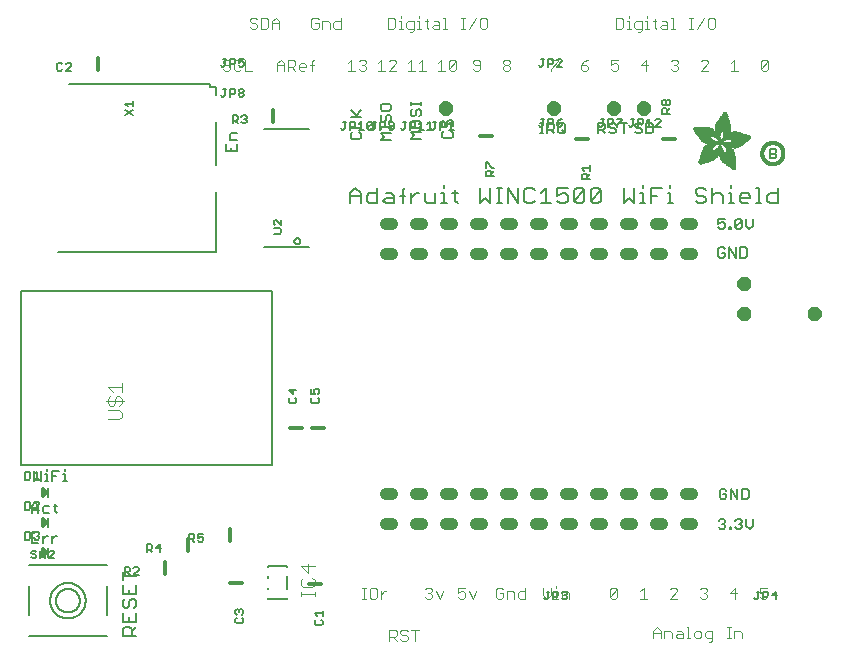
<source format=gbr>
G04 EAGLE Gerber RS-274X export*
G75*
%MOMM*%
%FSLAX34Y34*%
%LPD*%
%INSilkscreen Top*%
%IPPOS*%
%AMOC8*
5,1,8,0,0,1.08239X$1,22.5*%
G01*
%ADD10C,0.152400*%
%ADD11C,0.812800*%
%ADD12C,0.203200*%
%ADD13C,0.127000*%
%ADD14C,1.016000*%
%ADD15C,0.076200*%
%ADD16R,0.068600X0.007600*%
%ADD17R,0.114300X0.007600*%
%ADD18R,0.152400X0.007700*%
%ADD19R,0.182900X0.007600*%
%ADD20R,0.205700X0.007600*%
%ADD21R,0.228600X0.007600*%
%ADD22R,0.259100X0.007600*%
%ADD23R,0.274300X0.007700*%
%ADD24R,0.289500X0.007600*%
%ADD25R,0.304800X0.007600*%
%ADD26R,0.320100X0.007600*%
%ADD27R,0.342900X0.007600*%
%ADD28R,0.350500X0.007700*%
%ADD29R,0.365800X0.007600*%
%ADD30R,0.381000X0.007600*%
%ADD31R,0.388600X0.007600*%
%ADD32R,0.403800X0.007600*%
%ADD33R,0.419100X0.007700*%
%ADD34R,0.426700X0.007600*%
%ADD35R,0.441900X0.007600*%
%ADD36R,0.449600X0.007600*%
%ADD37R,0.464800X0.007600*%
%ADD38R,0.480000X0.007700*%
%ADD39R,0.487600X0.007600*%
%ADD40R,0.495300X0.007600*%
%ADD41R,0.510500X0.007600*%
%ADD42R,0.518100X0.007600*%
%ADD43R,0.525700X0.007700*%
%ADD44R,0.541000X0.007600*%
%ADD45R,0.548600X0.007600*%
%ADD46R,0.563800X0.007600*%
%ADD47R,0.571500X0.007600*%
%ADD48R,0.579100X0.007700*%
%ADD49R,0.594300X0.007600*%
%ADD50R,0.601900X0.007600*%
%ADD51R,0.609600X0.007600*%
%ADD52R,0.624800X0.007600*%
%ADD53R,0.632400X0.007700*%
%ADD54R,0.640000X0.007600*%
%ADD55R,0.655300X0.007600*%
%ADD56R,0.662900X0.007600*%
%ADD57R,0.678100X0.007600*%
%ADD58R,0.685800X0.007700*%
%ADD59R,0.693400X0.007600*%
%ADD60R,0.708600X0.007600*%
%ADD61R,0.716200X0.007600*%
%ADD62R,0.723900X0.007600*%
%ADD63R,0.739100X0.007700*%
%ADD64R,0.746700X0.007600*%
%ADD65R,0.754300X0.007600*%
%ADD66R,0.769600X0.007600*%
%ADD67R,0.777200X0.007600*%
%ADD68R,0.792400X0.007700*%
%ADD69R,0.800100X0.007600*%
%ADD70R,0.807700X0.007600*%
%ADD71R,0.822900X0.007600*%
%ADD72R,0.830500X0.007600*%
%ADD73R,0.838200X0.007700*%
%ADD74R,0.091500X0.007600*%
%ADD75R,0.853400X0.007600*%
%ADD76R,0.144700X0.007600*%
%ADD77R,0.861000X0.007600*%
%ADD78R,0.190500X0.007600*%
%ADD79R,0.876300X0.007600*%
%ADD80R,0.221000X0.007600*%
%ADD81R,0.883900X0.007600*%
%ADD82R,0.259000X0.007700*%
%ADD83R,0.891500X0.007700*%
%ADD84R,0.289600X0.007600*%
%ADD85R,0.906700X0.007600*%
%ADD86R,0.914400X0.007600*%
%ADD87R,0.350500X0.007600*%
%ADD88R,0.922000X0.007600*%
%ADD89R,0.937200X0.007600*%
%ADD90R,0.411400X0.007700*%
%ADD91R,0.944800X0.007700*%
%ADD92R,0.434300X0.007600*%
%ADD93R,0.952500X0.007600*%
%ADD94R,0.464900X0.007600*%
%ADD95R,0.967700X0.007600*%
%ADD96R,0.975300X0.007600*%
%ADD97R,0.518200X0.007600*%
%ADD98R,0.990600X0.007600*%
%ADD99R,0.548600X0.007700*%
%ADD100R,0.998200X0.007700*%
%ADD101R,1.005800X0.007600*%
%ADD102R,0.594400X0.007600*%
%ADD103R,1.021000X0.007600*%
%ADD104R,0.617200X0.007600*%
%ADD105R,1.028700X0.007600*%
%ADD106R,0.647700X0.007600*%
%ADD107R,1.036300X0.007600*%
%ADD108R,0.670500X0.007700*%
%ADD109R,1.051500X0.007700*%
%ADD110R,1.059100X0.007600*%
%ADD111R,0.716300X0.007600*%
%ADD112R,1.066800X0.007600*%
%ADD113R,0.739100X0.007600*%
%ADD114R,1.074400X0.007600*%
%ADD115R,0.762000X0.007600*%
%ADD116R,1.089600X0.007600*%
%ADD117R,0.784800X0.007700*%
%ADD118R,1.097200X0.007700*%
%ADD119R,1.104900X0.007600*%
%ADD120R,0.830600X0.007600*%
%ADD121R,1.112500X0.007600*%
%ADD122R,0.845800X0.007600*%
%ADD123R,1.120100X0.007600*%
%ADD124R,0.868700X0.007600*%
%ADD125R,1.127700X0.007600*%
%ADD126R,1.135300X0.007700*%
%ADD127R,1.143000X0.007600*%
%ADD128R,0.944900X0.007600*%
%ADD129R,1.150600X0.007600*%
%ADD130R,0.960100X0.007600*%
%ADD131R,1.158200X0.007600*%
%ADD132R,0.983000X0.007600*%
%ADD133R,1.165800X0.007600*%
%ADD134R,1.005900X0.007700*%
%ADD135R,1.173400X0.007700*%
%ADD136R,1.021100X0.007600*%
%ADD137R,1.181100X0.007600*%
%ADD138R,1.044000X0.007600*%
%ADD139R,1.188700X0.007600*%
%ADD140R,1.196300X0.007600*%
%ADD141R,1.082000X0.007600*%
%ADD142R,1.203900X0.007600*%
%ADD143R,1.104900X0.007700*%
%ADD144R,1.211500X0.007700*%
%ADD145R,1.211500X0.007600*%
%ADD146R,1.219200X0.007600*%
%ADD147R,1.226800X0.007600*%
%ADD148R,1.234400X0.007600*%
%ADD149R,1.188700X0.007700*%
%ADD150R,1.242000X0.007700*%
%ADD151R,1.242000X0.007600*%
%ADD152R,1.211600X0.007600*%
%ADD153R,1.249600X0.007600*%
%ADD154R,1.257300X0.007600*%
%ADD155R,1.264900X0.007600*%
%ADD156R,1.242100X0.007700*%
%ADD157R,1.264900X0.007700*%
%ADD158R,1.272500X0.007600*%
%ADD159R,1.265000X0.007600*%
%ADD160R,1.280100X0.007600*%
%ADD161R,1.272600X0.007600*%
%ADD162R,1.287700X0.007600*%
%ADD163R,1.287800X0.007600*%
%ADD164R,1.295400X0.007700*%
%ADD165R,1.303000X0.007600*%
%ADD166R,1.318200X0.007600*%
%ADD167R,1.310600X0.007600*%
%ADD168R,1.325900X0.007600*%
%ADD169R,1.341100X0.007700*%
%ADD170R,1.318200X0.007700*%
%ADD171R,1.341100X0.007600*%
%ADD172R,1.325800X0.007600*%
%ADD173R,1.348700X0.007600*%
%ADD174R,1.364000X0.007600*%
%ADD175R,1.333500X0.007600*%
%ADD176R,1.371600X0.007700*%
%ADD177R,1.379200X0.007600*%
%ADD178R,1.379300X0.007600*%
%ADD179R,1.386900X0.007600*%
%ADD180R,1.394500X0.007600*%
%ADD181R,1.356300X0.007600*%
%ADD182R,1.394400X0.007700*%
%ADD183R,1.356300X0.007700*%
%ADD184R,1.402000X0.007600*%
%ADD185R,1.409700X0.007600*%
%ADD186R,1.363900X0.007600*%
%ADD187R,1.417300X0.007600*%
%ADD188R,1.371600X0.007600*%
%ADD189R,1.424900X0.007700*%
%ADD190R,1.424900X0.007600*%
%ADD191R,1.432600X0.007600*%
%ADD192R,1.440200X0.007600*%
%ADD193R,1.386800X0.007600*%
%ADD194R,1.447800X0.007700*%
%ADD195R,1.386800X0.007700*%
%ADD196R,1.447800X0.007600*%
%ADD197R,1.455500X0.007600*%
%ADD198R,1.394400X0.007600*%
%ADD199R,1.463100X0.007600*%
%ADD200R,1.455400X0.007700*%
%ADD201R,1.463000X0.007600*%
%ADD202R,1.470600X0.007600*%
%ADD203R,1.470600X0.007700*%
%ADD204R,1.409700X0.007700*%
%ADD205R,1.470700X0.007600*%
%ADD206R,1.402100X0.007600*%
%ADD207R,1.478300X0.007600*%
%ADD208R,1.478300X0.007700*%
%ADD209R,1.402100X0.007700*%
%ADD210R,1.485900X0.007600*%
%ADD211R,1.485900X0.007700*%
%ADD212R,1.493500X0.007700*%
%ADD213R,1.493500X0.007600*%
%ADD214R,1.394500X0.007700*%
%ADD215R,1.493600X0.007700*%
%ADD216R,1.386900X0.007700*%
%ADD217R,1.379200X0.007700*%
%ADD218R,2.857500X0.007700*%
%ADD219R,2.857500X0.007600*%
%ADD220R,2.849900X0.007600*%
%ADD221R,2.842300X0.007600*%
%ADD222R,2.834700X0.007700*%
%ADD223R,2.827000X0.007600*%
%ADD224R,2.819400X0.007600*%
%ADD225R,2.811800X0.007600*%
%ADD226R,2.811800X0.007700*%
%ADD227R,2.804100X0.007600*%
%ADD228R,2.796500X0.007600*%
%ADD229R,1.966000X0.007600*%
%ADD230R,1.943100X0.007600*%
%ADD231R,0.754400X0.007600*%
%ADD232R,1.927900X0.007700*%
%ADD233R,0.746700X0.007700*%
%ADD234R,1.912600X0.007600*%
%ADD235R,0.731500X0.007600*%
%ADD236R,1.905000X0.007600*%
%ADD237R,1.882200X0.007600*%
%ADD238R,1.874600X0.007600*%
%ADD239R,1.866900X0.007700*%
%ADD240R,0.708700X0.007700*%
%ADD241R,1.851600X0.007600*%
%ADD242R,0.701100X0.007600*%
%ADD243R,1.844000X0.007600*%
%ADD244R,1.836400X0.007600*%
%ADD245R,1.821200X0.007600*%
%ADD246R,0.685800X0.007600*%
%ADD247R,1.813500X0.007700*%
%ADD248R,1.805900X0.007600*%
%ADD249R,0.678200X0.007600*%
%ADD250R,1.790700X0.007600*%
%ADD251R,0.670600X0.007600*%
%ADD252R,1.775500X0.007600*%
%ADD253R,1.767900X0.007700*%
%ADD254R,0.663000X0.007700*%
%ADD255R,1.760200X0.007600*%
%ADD256R,1.752600X0.007600*%
%ADD257R,0.937300X0.007600*%
%ADD258R,0.792500X0.007600*%
%ADD259R,0.899100X0.007600*%
%ADD260R,0.883900X0.007700*%
%ADD261R,0.716300X0.007700*%
%ADD262R,0.647700X0.007700*%
%ADD263R,0.640100X0.007600*%
%ADD264R,0.632500X0.007600*%
%ADD265R,0.655400X0.007600*%
%ADD266R,0.632400X0.007600*%
%ADD267R,0.845800X0.007700*%
%ADD268R,0.617200X0.007700*%
%ADD269R,0.624800X0.007700*%
%ADD270R,0.602000X0.007600*%
%ADD271R,0.838200X0.007600*%
%ADD272R,0.586700X0.007600*%
%ADD273R,0.548700X0.007600*%
%ADD274R,0.830500X0.007700*%
%ADD275R,0.541000X0.007700*%
%ADD276R,0.594300X0.007700*%
%ADD277R,0.525800X0.007600*%
%ADD278R,0.586800X0.007600*%
%ADD279R,0.815300X0.007600*%
%ADD280R,0.579200X0.007600*%
%ADD281R,0.815400X0.007600*%
%ADD282R,0.815400X0.007700*%
%ADD283R,0.571500X0.007700*%
%ADD284R,0.807800X0.007600*%
%ADD285R,0.563900X0.007600*%
%ADD286R,0.457200X0.007600*%
%ADD287R,0.442000X0.007600*%
%ADD288R,0.556300X0.007600*%
%ADD289R,0.807700X0.007700*%
%ADD290R,0.411500X0.007600*%
%ADD291R,0.533400X0.007600*%
%ADD292R,0.076200X0.007600*%
%ADD293R,0.403900X0.007600*%
%ADD294R,0.525700X0.007600*%
%ADD295R,0.388700X0.007600*%
%ADD296R,0.297200X0.007600*%
%ADD297R,0.373400X0.007700*%
%ADD298R,0.503000X0.007700*%
%ADD299R,0.426800X0.007700*%
%ADD300R,0.358100X0.007600*%
%ADD301R,0.502900X0.007600*%
%ADD302R,0.472400X0.007600*%
%ADD303R,0.487700X0.007600*%
%ADD304R,0.335300X0.007600*%
%ADD305R,0.792500X0.007700*%
%ADD306R,0.327600X0.007700*%
%ADD307R,0.472400X0.007700*%
%ADD308R,0.640000X0.007700*%
%ADD309R,0.784800X0.007600*%
%ADD310R,0.320000X0.007600*%
%ADD311R,0.792400X0.007600*%
%ADD312R,1.173400X0.007600*%
%ADD313R,1.196400X0.007600*%
%ADD314R,0.784900X0.007600*%
%ADD315R,0.784900X0.007700*%
%ADD316R,0.297200X0.007700*%
%ADD317R,1.249700X0.007600*%
%ADD318R,0.281900X0.007600*%
%ADD319R,1.295400X0.007600*%
%ADD320R,0.266700X0.007600*%
%ADD321R,0.777300X0.007700*%
%ADD322R,0.266700X0.007700*%
%ADD323R,1.333500X0.007700*%
%ADD324R,0.777300X0.007600*%
%ADD325R,1.348800X0.007600*%
%ADD326R,0.251500X0.007600*%
%ADD327R,0.243900X0.007700*%
%ADD328R,0.243900X0.007600*%
%ADD329R,1.440100X0.007600*%
%ADD330R,0.236200X0.007600*%
%ADD331R,0.762000X0.007700*%
%ADD332R,0.236200X0.007700*%
%ADD333R,1.508700X0.007700*%
%ADD334R,1.531600X0.007600*%
%ADD335R,1.546900X0.007600*%
%ADD336R,1.569700X0.007600*%
%ADD337R,1.585000X0.007600*%
%ADD338R,0.746800X0.007700*%
%ADD339R,1.607800X0.007700*%
%ADD340R,0.243800X0.007600*%
%ADD341R,1.630700X0.007600*%
%ADD342R,1.653500X0.007600*%
%ADD343R,0.739200X0.007600*%
%ADD344R,1.684000X0.007600*%
%ADD345R,2.019300X0.007600*%
%ADD346R,0.731500X0.007700*%
%ADD347R,2.026900X0.007700*%
%ADD348R,2.049800X0.007600*%
%ADD349R,2.057400X0.007600*%
%ADD350R,0.708700X0.007600*%
%ADD351R,2.072600X0.007600*%
%ADD352R,0.701000X0.007600*%
%ADD353R,2.095500X0.007600*%
%ADD354R,0.693500X0.007700*%
%ADD355R,2.110800X0.007700*%
%ADD356R,2.141200X0.007600*%
%ADD357R,0.060900X0.007600*%
%ADD358R,2.872700X0.007600*%
%ADD359R,3.124200X0.007600*%
%ADD360R,3.177600X0.007600*%
%ADD361R,3.215600X0.007700*%
%ADD362R,3.253700X0.007600*%
%ADD363R,3.284300X0.007600*%
%ADD364R,3.314700X0.007600*%
%ADD365R,3.352800X0.007600*%
%ADD366R,3.375600X0.007700*%
%ADD367R,3.406200X0.007600*%
%ADD368R,3.429000X0.007600*%
%ADD369R,3.451800X0.007600*%
%ADD370R,3.482400X0.007600*%
%ADD371R,1.828800X0.007700*%
%ADD372R,1.539300X0.007700*%
%ADD373R,1.767900X0.007600*%
%ADD374R,1.767800X0.007600*%
%ADD375R,1.760200X0.007700*%
%ADD376R,1.760300X0.007600*%
%ADD377R,1.775400X0.007700*%
%ADD378R,1.379300X0.007700*%
%ADD379R,1.783000X0.007600*%
%ADD380R,1.813500X0.007600*%
%ADD381R,1.821100X0.007700*%
%ADD382R,0.503000X0.007600*%
%ADD383R,1.135400X0.007600*%
%ADD384R,1.127700X0.007700*%
%ADD385R,0.487700X0.007700*%
%ADD386R,1.120200X0.007600*%
%ADD387R,1.097300X0.007600*%
%ADD388R,0.510600X0.007600*%
%ADD389R,1.074400X0.007700*%
%ADD390R,0.525800X0.007700*%
%ADD391R,1.440200X0.007700*%
%ADD392R,1.059200X0.007600*%
%ADD393R,1.051600X0.007600*%
%ADD394R,1.051500X0.007600*%
%ADD395R,1.043900X0.007700*%
%ADD396R,0.602000X0.007700*%
%ADD397R,1.524000X0.007600*%
%ADD398R,1.539300X0.007600*%
%ADD399R,1.592600X0.007600*%
%ADD400R,1.021100X0.007700*%
%ADD401R,1.615400X0.007700*%
%ADD402R,1.013400X0.007600*%
%ADD403R,1.653600X0.007600*%
%ADD404R,1.013500X0.007600*%
%ADD405R,1.699300X0.007600*%
%ADD406R,2.743200X0.007600*%
%ADD407R,1.005900X0.007600*%
%ADD408R,2.415500X0.007600*%
%ADD409R,1.005800X0.007700*%
%ADD410R,0.281900X0.007700*%
%ADD411R,2.408000X0.007700*%
%ADD412R,2.407900X0.007600*%
%ADD413R,0.998200X0.007600*%
%ADD414R,0.282000X0.007600*%
%ADD415R,0.998300X0.007600*%
%ADD416R,2.400300X0.007600*%
%ADD417R,0.289500X0.007700*%
%ADD418R,2.400300X0.007700*%
%ADD419R,0.297100X0.007600*%
%ADD420R,0.312400X0.007600*%
%ADD421R,2.392700X0.007600*%
%ADD422R,0.990600X0.007700*%
%ADD423R,0.327700X0.007700*%
%ADD424R,2.392700X0.007700*%
%ADD425R,2.385100X0.007600*%
%ADD426R,0.381000X0.007700*%
%ADD427R,2.377400X0.007700*%
%ADD428R,2.377400X0.007600*%
%ADD429R,2.369800X0.007600*%
%ADD430R,0.419100X0.007600*%
%ADD431R,2.362200X0.007600*%
%ADD432R,0.426800X0.007600*%
%ADD433R,1.036300X0.007700*%
%ADD434R,0.442000X0.007700*%
%ADD435R,2.354600X0.007700*%
%ADD436R,2.354600X0.007600*%
%ADD437R,0.480100X0.007600*%
%ADD438R,2.347000X0.007600*%
%ADD439R,1.074500X0.007600*%
%ADD440R,2.339400X0.007600*%
%ADD441R,1.082100X0.007700*%
%ADD442R,0.548700X0.007700*%
%ADD443R,2.331800X0.007700*%
%ADD444R,2.331800X0.007600*%
%ADD445R,0.624900X0.007600*%
%ADD446R,2.324100X0.007600*%
%ADD447R,1.859300X0.007600*%
%ADD448R,2.308800X0.007600*%
%ADD449R,2.301200X0.007700*%
%ADD450R,2.301200X0.007600*%
%ADD451R,2.293600X0.007600*%
%ADD452R,2.278400X0.007600*%
%ADD453R,1.889800X0.007600*%
%ADD454R,2.270700X0.007600*%
%ADD455R,1.897400X0.007700*%
%ADD456R,2.255500X0.007700*%
%ADD457R,1.897400X0.007600*%
%ADD458R,2.247900X0.007600*%
%ADD459R,2.232600X0.007600*%
%ADD460R,1.912700X0.007600*%
%ADD461R,2.209800X0.007600*%
%ADD462R,1.920300X0.007600*%
%ADD463R,2.186900X0.007600*%
%ADD464R,1.920300X0.007700*%
%ADD465R,2.171700X0.007700*%
%ADD466R,1.935500X0.007600*%
%ADD467R,2.148800X0.007600*%
%ADD468R,2.126000X0.007600*%
%ADD469R,1.950700X0.007600*%
%ADD470R,1.958400X0.007700*%
%ADD471R,2.042200X0.007700*%
%ADD472R,1.973600X0.007600*%
%ADD473R,1.996500X0.007600*%
%ADD474R,1.981200X0.007600*%
%ADD475R,1.988800X0.007600*%
%ADD476R,1.996400X0.007700*%
%ADD477R,1.996400X0.007600*%
%ADD478R,2.004100X0.007600*%
%ADD479R,1.874500X0.007600*%
%ADD480R,1.425000X0.007600*%
%ADD481R,2.026900X0.007600*%
%ADD482R,0.434400X0.007700*%
%ADD483R,1.364000X0.007700*%
%ADD484R,2.034500X0.007600*%
%ADD485R,0.434400X0.007600*%
%ADD486R,2.049700X0.007600*%
%ADD487R,2.065000X0.007700*%
%ADD488R,0.464800X0.007700*%
%ADD489R,1.196300X0.007700*%
%ADD490R,2.080300X0.007600*%
%ADD491R,1.158300X0.007600*%
%ADD492R,2.087900X0.007600*%
%ADD493R,0.472500X0.007600*%
%ADD494R,2.103100X0.007600*%
%ADD495R,2.118400X0.007600*%
%ADD496R,2.133600X0.007600*%
%ADD497R,2.148800X0.007700*%
%ADD498R,2.164000X0.007600*%
%ADD499R,2.171700X0.007600*%
%ADD500R,2.187000X0.007600*%
%ADD501R,0.556200X0.007600*%
%ADD502R,2.202200X0.007700*%
%ADD503R,0.556200X0.007700*%
%ADD504R,0.640100X0.007700*%
%ADD505R,0.579100X0.007600*%
%ADD506R,0.480000X0.007600*%
%ADD507R,1.752600X0.007700*%
%ADD508R,0.487600X0.007700*%
%ADD509R,0.594400X0.007700*%
%ADD510R,0.358100X0.007700*%
%ADD511R,0.099000X0.007600*%
%ADD512R,1.280200X0.007600*%
%ADD513R,1.745000X0.007600*%
%ADD514R,1.744900X0.007600*%
%ADD515R,1.737300X0.007700*%
%ADD516R,1.737400X0.007600*%
%ADD517R,1.729800X0.007600*%
%ADD518R,1.722200X0.007600*%
%ADD519R,1.722100X0.007600*%
%ADD520R,1.714500X0.007700*%
%ADD521R,1.356400X0.007700*%
%ADD522R,1.706900X0.007600*%
%ADD523R,1.356400X0.007600*%
%ADD524R,1.691700X0.007600*%
%ADD525R,1.668800X0.007700*%
%ADD526R,1.645900X0.007600*%
%ADD527R,1.623100X0.007600*%
%ADD528R,1.577400X0.007600*%
%ADD529R,1.554400X0.007600*%
%ADD530R,1.539200X0.007600*%
%ADD531R,1.524000X0.007700*%
%ADD532R,1.501100X0.007600*%
%ADD533R,1.455400X0.007600*%
%ADD534R,1.348800X0.007700*%
%ADD535R,1.318300X0.007600*%
%ADD536R,1.310600X0.007700*%
%ADD537R,1.287800X0.007700*%
%ADD538R,1.234500X0.007600*%
%ADD539R,1.226900X0.007600*%
%ADD540R,1.173500X0.007700*%
%ADD541R,1.173500X0.007600*%
%ADD542R,1.165900X0.007600*%
%ADD543R,1.143000X0.007700*%
%ADD544R,1.127800X0.007600*%
%ADD545R,1.097200X0.007600*%
%ADD546R,1.028700X0.007700*%
%ADD547R,0.982900X0.007600*%
%ADD548R,0.952500X0.007700*%
%ADD549R,0.929600X0.007600*%
%ADD550R,0.906800X0.007700*%
%ADD551R,0.906800X0.007600*%
%ADD552R,0.899200X0.007600*%
%ADD553R,0.884000X0.007600*%
%ADD554R,0.876300X0.007700*%
%ADD555R,0.830600X0.007700*%
%ADD556R,0.754400X0.007700*%
%ADD557R,0.746800X0.007600*%
%ADD558R,0.708600X0.007700*%
%ADD559R,0.678200X0.007700*%
%ADD560R,0.663000X0.007600*%
%ADD561R,0.632500X0.007700*%
%ADD562R,0.556300X0.007700*%
%ADD563R,0.518200X0.007700*%
%ADD564R,0.434300X0.007700*%
%ADD565R,0.396300X0.007700*%
%ADD566R,0.373300X0.007600*%
%ADD567R,0.365700X0.007600*%
%ADD568R,0.327700X0.007600*%
%ADD569R,0.304800X0.007700*%
%ADD570R,0.274300X0.007600*%
%ADD571R,0.243800X0.007700*%
%ADD572R,0.205800X0.007600*%
%ADD573R,0.152400X0.007600*%
%ADD574R,0.121900X0.007700*%
%ADD575C,0.101600*%
%ADD576C,0.304800*%
%ADD577R,0.190500X0.889000*%

G36*
X24187Y98304D02*
X24187Y98304D01*
X24205Y98302D01*
X24307Y98330D01*
X24410Y98352D01*
X24425Y98361D01*
X24442Y98366D01*
X24587Y98451D01*
X29667Y102261D01*
X29670Y102264D01*
X29674Y102266D01*
X29755Y102353D01*
X29837Y102438D01*
X29839Y102442D01*
X29842Y102445D01*
X29892Y102554D01*
X29942Y102661D01*
X29942Y102665D01*
X29944Y102669D01*
X29957Y102787D01*
X29970Y102905D01*
X29970Y102909D01*
X29970Y102914D01*
X29944Y103030D01*
X29920Y103146D01*
X29917Y103150D01*
X29916Y103154D01*
X29855Y103256D01*
X29795Y103358D01*
X29791Y103361D01*
X29789Y103364D01*
X29667Y103479D01*
X24587Y107289D01*
X24571Y107297D01*
X24558Y107310D01*
X24543Y107317D01*
X24535Y107323D01*
X24485Y107343D01*
X24462Y107354D01*
X24369Y107403D01*
X24351Y107406D01*
X24335Y107413D01*
X24230Y107425D01*
X24126Y107441D01*
X24108Y107438D01*
X24091Y107440D01*
X23988Y107418D01*
X23883Y107400D01*
X23868Y107392D01*
X23850Y107388D01*
X23760Y107334D01*
X23667Y107284D01*
X23654Y107271D01*
X23639Y107262D01*
X23570Y107182D01*
X23498Y107105D01*
X23491Y107088D01*
X23479Y107075D01*
X23440Y106977D01*
X23396Y106881D01*
X23394Y106863D01*
X23387Y106847D01*
X23369Y106680D01*
X23369Y99060D01*
X23372Y99042D01*
X23370Y99025D01*
X23391Y98921D01*
X23409Y98817D01*
X23417Y98802D01*
X23421Y98784D01*
X23474Y98693D01*
X23524Y98600D01*
X23536Y98588D01*
X23546Y98572D01*
X23625Y98503D01*
X23702Y98431D01*
X23718Y98423D01*
X23732Y98411D01*
X23829Y98371D01*
X23925Y98327D01*
X23943Y98325D01*
X23959Y98318D01*
X24065Y98311D01*
X24169Y98300D01*
X24187Y98304D01*
G37*
G36*
X24187Y123704D02*
X24187Y123704D01*
X24205Y123702D01*
X24307Y123730D01*
X24410Y123752D01*
X24425Y123761D01*
X24442Y123766D01*
X24587Y123851D01*
X29667Y127661D01*
X29670Y127664D01*
X29674Y127666D01*
X29755Y127753D01*
X29837Y127838D01*
X29839Y127842D01*
X29842Y127845D01*
X29892Y127954D01*
X29942Y128061D01*
X29942Y128065D01*
X29944Y128069D01*
X29957Y128187D01*
X29970Y128305D01*
X29970Y128309D01*
X29970Y128314D01*
X29944Y128430D01*
X29920Y128546D01*
X29917Y128550D01*
X29916Y128554D01*
X29855Y128656D01*
X29795Y128758D01*
X29791Y128761D01*
X29789Y128764D01*
X29667Y128879D01*
X24587Y132689D01*
X24571Y132697D01*
X24558Y132710D01*
X24543Y132717D01*
X24535Y132723D01*
X24485Y132743D01*
X24462Y132754D01*
X24369Y132803D01*
X24351Y132806D01*
X24335Y132813D01*
X24230Y132825D01*
X24126Y132841D01*
X24108Y132838D01*
X24091Y132840D01*
X23988Y132818D01*
X23883Y132800D01*
X23868Y132792D01*
X23850Y132788D01*
X23760Y132734D01*
X23667Y132684D01*
X23654Y132671D01*
X23639Y132662D01*
X23570Y132582D01*
X23498Y132505D01*
X23491Y132488D01*
X23479Y132475D01*
X23440Y132377D01*
X23396Y132281D01*
X23394Y132263D01*
X23387Y132247D01*
X23369Y132080D01*
X23369Y124460D01*
X23372Y124442D01*
X23370Y124425D01*
X23391Y124321D01*
X23409Y124217D01*
X23417Y124202D01*
X23421Y124184D01*
X23474Y124093D01*
X23524Y124000D01*
X23536Y123988D01*
X23546Y123972D01*
X23625Y123903D01*
X23702Y123831D01*
X23718Y123823D01*
X23732Y123811D01*
X23829Y123771D01*
X23925Y123727D01*
X23943Y123725D01*
X23959Y123718D01*
X24065Y123711D01*
X24169Y123700D01*
X24187Y123704D01*
G37*
G36*
X24187Y72904D02*
X24187Y72904D01*
X24205Y72902D01*
X24307Y72930D01*
X24410Y72952D01*
X24425Y72961D01*
X24442Y72966D01*
X24587Y73051D01*
X29667Y76861D01*
X29670Y76864D01*
X29674Y76866D01*
X29755Y76953D01*
X29837Y77038D01*
X29839Y77042D01*
X29842Y77045D01*
X29892Y77154D01*
X29942Y77261D01*
X29942Y77265D01*
X29944Y77269D01*
X29957Y77387D01*
X29970Y77505D01*
X29970Y77509D01*
X29970Y77514D01*
X29944Y77630D01*
X29920Y77746D01*
X29917Y77750D01*
X29916Y77754D01*
X29855Y77856D01*
X29795Y77958D01*
X29791Y77961D01*
X29789Y77964D01*
X29667Y78079D01*
X24587Y81889D01*
X24571Y81897D01*
X24558Y81910D01*
X24543Y81917D01*
X24535Y81923D01*
X24485Y81943D01*
X24462Y81954D01*
X24369Y82003D01*
X24351Y82006D01*
X24335Y82013D01*
X24230Y82025D01*
X24126Y82041D01*
X24108Y82038D01*
X24091Y82040D01*
X23988Y82018D01*
X23883Y82000D01*
X23868Y81992D01*
X23850Y81988D01*
X23760Y81934D01*
X23667Y81884D01*
X23654Y81871D01*
X23639Y81862D01*
X23570Y81782D01*
X23498Y81705D01*
X23491Y81688D01*
X23479Y81675D01*
X23440Y81577D01*
X23396Y81481D01*
X23394Y81463D01*
X23387Y81447D01*
X23369Y81280D01*
X23369Y73660D01*
X23372Y73642D01*
X23370Y73625D01*
X23391Y73521D01*
X23409Y73417D01*
X23417Y73402D01*
X23421Y73384D01*
X23474Y73293D01*
X23524Y73200D01*
X23536Y73188D01*
X23546Y73172D01*
X23625Y73103D01*
X23702Y73031D01*
X23718Y73023D01*
X23732Y73011D01*
X23829Y72971D01*
X23925Y72927D01*
X23943Y72925D01*
X23959Y72918D01*
X24065Y72911D01*
X24169Y72900D01*
X24187Y72904D01*
G37*
D10*
X103378Y7087D02*
X92192Y7087D01*
X92192Y12680D01*
X94057Y14544D01*
X97785Y14544D01*
X99650Y12680D01*
X99650Y7087D01*
X99650Y10816D02*
X103378Y14544D01*
X92192Y18781D02*
X92192Y26238D01*
X92192Y18781D02*
X103378Y18781D01*
X103378Y26238D01*
X97785Y22509D02*
X97785Y18781D01*
X92192Y36068D02*
X94057Y37932D01*
X92192Y36068D02*
X92192Y32339D01*
X94057Y30475D01*
X95921Y30475D01*
X97785Y32339D01*
X97785Y36068D01*
X99650Y37932D01*
X101514Y37932D01*
X103378Y36068D01*
X103378Y32339D01*
X101514Y30475D01*
X92192Y42169D02*
X92192Y49626D01*
X92192Y42169D02*
X103378Y42169D01*
X103378Y49626D01*
X97785Y45897D02*
X97785Y42169D01*
X103378Y57591D02*
X92192Y57591D01*
X92192Y53863D02*
X92192Y61320D01*
D11*
X363964Y453390D02*
X363966Y453474D01*
X363972Y453558D01*
X363982Y453642D01*
X363995Y453725D01*
X364013Y453807D01*
X364035Y453889D01*
X364060Y453969D01*
X364089Y454048D01*
X364122Y454126D01*
X364158Y454202D01*
X364198Y454276D01*
X364241Y454348D01*
X364287Y454418D01*
X364337Y454486D01*
X364390Y454552D01*
X364446Y454615D01*
X364505Y454675D01*
X364567Y454732D01*
X364631Y454787D01*
X364698Y454838D01*
X364767Y454886D01*
X364838Y454931D01*
X364911Y454973D01*
X364986Y455011D01*
X365063Y455045D01*
X365141Y455076D01*
X365221Y455103D01*
X365302Y455127D01*
X365384Y455146D01*
X365467Y455162D01*
X365550Y455174D01*
X365634Y455182D01*
X365718Y455186D01*
X365802Y455186D01*
X365886Y455182D01*
X365970Y455174D01*
X366053Y455162D01*
X366136Y455146D01*
X366218Y455127D01*
X366299Y455103D01*
X366379Y455076D01*
X366457Y455045D01*
X366534Y455011D01*
X366609Y454973D01*
X366682Y454931D01*
X366753Y454886D01*
X366822Y454838D01*
X366889Y454787D01*
X366953Y454732D01*
X367015Y454675D01*
X367074Y454615D01*
X367130Y454552D01*
X367183Y454486D01*
X367233Y454418D01*
X367279Y454348D01*
X367322Y454276D01*
X367362Y454202D01*
X367398Y454126D01*
X367431Y454048D01*
X367460Y453969D01*
X367485Y453889D01*
X367507Y453807D01*
X367525Y453725D01*
X367538Y453642D01*
X367548Y453558D01*
X367554Y453474D01*
X367556Y453390D01*
X367554Y453306D01*
X367548Y453222D01*
X367538Y453138D01*
X367525Y453055D01*
X367507Y452973D01*
X367485Y452891D01*
X367460Y452811D01*
X367431Y452732D01*
X367398Y452654D01*
X367362Y452578D01*
X367322Y452504D01*
X367279Y452432D01*
X367233Y452362D01*
X367183Y452294D01*
X367130Y452228D01*
X367074Y452165D01*
X367015Y452105D01*
X366953Y452048D01*
X366889Y451993D01*
X366822Y451942D01*
X366753Y451894D01*
X366682Y451849D01*
X366609Y451807D01*
X366534Y451769D01*
X366457Y451735D01*
X366379Y451704D01*
X366299Y451677D01*
X366218Y451653D01*
X366136Y451634D01*
X366053Y451618D01*
X365970Y451606D01*
X365886Y451598D01*
X365802Y451594D01*
X365718Y451594D01*
X365634Y451598D01*
X365550Y451606D01*
X365467Y451618D01*
X365384Y451634D01*
X365302Y451653D01*
X365221Y451677D01*
X365141Y451704D01*
X365063Y451735D01*
X364986Y451769D01*
X364911Y451807D01*
X364838Y451849D01*
X364767Y451894D01*
X364698Y451942D01*
X364631Y451993D01*
X364567Y452048D01*
X364505Y452105D01*
X364446Y452165D01*
X364390Y452228D01*
X364337Y452294D01*
X364287Y452362D01*
X364241Y452432D01*
X364198Y452504D01*
X364158Y452578D01*
X364122Y452654D01*
X364089Y452732D01*
X364060Y452811D01*
X364035Y452891D01*
X364013Y452973D01*
X363995Y453055D01*
X363982Y453138D01*
X363972Y453222D01*
X363966Y453306D01*
X363964Y453390D01*
X455404Y453390D02*
X455406Y453474D01*
X455412Y453558D01*
X455422Y453642D01*
X455435Y453725D01*
X455453Y453807D01*
X455475Y453889D01*
X455500Y453969D01*
X455529Y454048D01*
X455562Y454126D01*
X455598Y454202D01*
X455638Y454276D01*
X455681Y454348D01*
X455727Y454418D01*
X455777Y454486D01*
X455830Y454552D01*
X455886Y454615D01*
X455945Y454675D01*
X456007Y454732D01*
X456071Y454787D01*
X456138Y454838D01*
X456207Y454886D01*
X456278Y454931D01*
X456351Y454973D01*
X456426Y455011D01*
X456503Y455045D01*
X456581Y455076D01*
X456661Y455103D01*
X456742Y455127D01*
X456824Y455146D01*
X456907Y455162D01*
X456990Y455174D01*
X457074Y455182D01*
X457158Y455186D01*
X457242Y455186D01*
X457326Y455182D01*
X457410Y455174D01*
X457493Y455162D01*
X457576Y455146D01*
X457658Y455127D01*
X457739Y455103D01*
X457819Y455076D01*
X457897Y455045D01*
X457974Y455011D01*
X458049Y454973D01*
X458122Y454931D01*
X458193Y454886D01*
X458262Y454838D01*
X458329Y454787D01*
X458393Y454732D01*
X458455Y454675D01*
X458514Y454615D01*
X458570Y454552D01*
X458623Y454486D01*
X458673Y454418D01*
X458719Y454348D01*
X458762Y454276D01*
X458802Y454202D01*
X458838Y454126D01*
X458871Y454048D01*
X458900Y453969D01*
X458925Y453889D01*
X458947Y453807D01*
X458965Y453725D01*
X458978Y453642D01*
X458988Y453558D01*
X458994Y453474D01*
X458996Y453390D01*
X458994Y453306D01*
X458988Y453222D01*
X458978Y453138D01*
X458965Y453055D01*
X458947Y452973D01*
X458925Y452891D01*
X458900Y452811D01*
X458871Y452732D01*
X458838Y452654D01*
X458802Y452578D01*
X458762Y452504D01*
X458719Y452432D01*
X458673Y452362D01*
X458623Y452294D01*
X458570Y452228D01*
X458514Y452165D01*
X458455Y452105D01*
X458393Y452048D01*
X458329Y451993D01*
X458262Y451942D01*
X458193Y451894D01*
X458122Y451849D01*
X458049Y451807D01*
X457974Y451769D01*
X457897Y451735D01*
X457819Y451704D01*
X457739Y451677D01*
X457658Y451653D01*
X457576Y451634D01*
X457493Y451618D01*
X457410Y451606D01*
X457326Y451598D01*
X457242Y451594D01*
X457158Y451594D01*
X457074Y451598D01*
X456990Y451606D01*
X456907Y451618D01*
X456824Y451634D01*
X456742Y451653D01*
X456661Y451677D01*
X456581Y451704D01*
X456503Y451735D01*
X456426Y451769D01*
X456351Y451807D01*
X456278Y451849D01*
X456207Y451894D01*
X456138Y451942D01*
X456071Y451993D01*
X456007Y452048D01*
X455945Y452105D01*
X455886Y452165D01*
X455830Y452228D01*
X455777Y452294D01*
X455727Y452362D01*
X455681Y452432D01*
X455638Y452504D01*
X455598Y452578D01*
X455562Y452654D01*
X455529Y452732D01*
X455500Y452811D01*
X455475Y452891D01*
X455453Y452973D01*
X455435Y453055D01*
X455422Y453138D01*
X455412Y453222D01*
X455406Y453306D01*
X455404Y453390D01*
X506204Y453390D02*
X506206Y453474D01*
X506212Y453558D01*
X506222Y453642D01*
X506235Y453725D01*
X506253Y453807D01*
X506275Y453889D01*
X506300Y453969D01*
X506329Y454048D01*
X506362Y454126D01*
X506398Y454202D01*
X506438Y454276D01*
X506481Y454348D01*
X506527Y454418D01*
X506577Y454486D01*
X506630Y454552D01*
X506686Y454615D01*
X506745Y454675D01*
X506807Y454732D01*
X506871Y454787D01*
X506938Y454838D01*
X507007Y454886D01*
X507078Y454931D01*
X507151Y454973D01*
X507226Y455011D01*
X507303Y455045D01*
X507381Y455076D01*
X507461Y455103D01*
X507542Y455127D01*
X507624Y455146D01*
X507707Y455162D01*
X507790Y455174D01*
X507874Y455182D01*
X507958Y455186D01*
X508042Y455186D01*
X508126Y455182D01*
X508210Y455174D01*
X508293Y455162D01*
X508376Y455146D01*
X508458Y455127D01*
X508539Y455103D01*
X508619Y455076D01*
X508697Y455045D01*
X508774Y455011D01*
X508849Y454973D01*
X508922Y454931D01*
X508993Y454886D01*
X509062Y454838D01*
X509129Y454787D01*
X509193Y454732D01*
X509255Y454675D01*
X509314Y454615D01*
X509370Y454552D01*
X509423Y454486D01*
X509473Y454418D01*
X509519Y454348D01*
X509562Y454276D01*
X509602Y454202D01*
X509638Y454126D01*
X509671Y454048D01*
X509700Y453969D01*
X509725Y453889D01*
X509747Y453807D01*
X509765Y453725D01*
X509778Y453642D01*
X509788Y453558D01*
X509794Y453474D01*
X509796Y453390D01*
X509794Y453306D01*
X509788Y453222D01*
X509778Y453138D01*
X509765Y453055D01*
X509747Y452973D01*
X509725Y452891D01*
X509700Y452811D01*
X509671Y452732D01*
X509638Y452654D01*
X509602Y452578D01*
X509562Y452504D01*
X509519Y452432D01*
X509473Y452362D01*
X509423Y452294D01*
X509370Y452228D01*
X509314Y452165D01*
X509255Y452105D01*
X509193Y452048D01*
X509129Y451993D01*
X509062Y451942D01*
X508993Y451894D01*
X508922Y451849D01*
X508849Y451807D01*
X508774Y451769D01*
X508697Y451735D01*
X508619Y451704D01*
X508539Y451677D01*
X508458Y451653D01*
X508376Y451634D01*
X508293Y451618D01*
X508210Y451606D01*
X508126Y451598D01*
X508042Y451594D01*
X507958Y451594D01*
X507874Y451598D01*
X507790Y451606D01*
X507707Y451618D01*
X507624Y451634D01*
X507542Y451653D01*
X507461Y451677D01*
X507381Y451704D01*
X507303Y451735D01*
X507226Y451769D01*
X507151Y451807D01*
X507078Y451849D01*
X507007Y451894D01*
X506938Y451942D01*
X506871Y451993D01*
X506807Y452048D01*
X506745Y452105D01*
X506686Y452165D01*
X506630Y452228D01*
X506577Y452294D01*
X506527Y452362D01*
X506481Y452432D01*
X506438Y452504D01*
X506398Y452578D01*
X506362Y452654D01*
X506329Y452732D01*
X506300Y452811D01*
X506275Y452891D01*
X506253Y452973D01*
X506235Y453055D01*
X506222Y453138D01*
X506212Y453222D01*
X506206Y453306D01*
X506204Y453390D01*
D10*
X20721Y94495D02*
X14958Y94495D01*
X14958Y85852D01*
X20721Y85852D01*
X17840Y90174D02*
X14958Y90174D01*
X24314Y91614D02*
X24314Y85852D01*
X24314Y88733D02*
X27195Y91614D01*
X28635Y91614D01*
X32110Y91614D02*
X32110Y85852D01*
X32110Y88733D02*
X34991Y91614D01*
X36431Y91614D01*
X14958Y111252D02*
X14958Y117014D01*
X17840Y119895D01*
X20721Y117014D01*
X20721Y111252D01*
X20721Y115574D02*
X14958Y115574D01*
X25754Y117014D02*
X30076Y117014D01*
X25754Y117014D02*
X24314Y115574D01*
X24314Y112693D01*
X25754Y111252D01*
X30076Y111252D01*
X35109Y112693D02*
X35109Y118455D01*
X35109Y112693D02*
X36550Y111252D01*
X36550Y117014D02*
X33669Y117014D01*
X16920Y137922D02*
X16920Y146565D01*
X19801Y140803D02*
X16920Y137922D01*
X19801Y140803D02*
X22682Y137922D01*
X22682Y146565D01*
X26275Y143684D02*
X27716Y143684D01*
X27716Y137922D01*
X29156Y137922D02*
X26275Y137922D01*
X27716Y146565D02*
X27716Y148006D01*
X32512Y146565D02*
X32512Y137922D01*
X32512Y146565D02*
X38274Y146565D01*
X35393Y142244D02*
X32512Y142244D01*
X41867Y143684D02*
X43308Y143684D01*
X43308Y137922D01*
X44748Y137922D02*
X41867Y137922D01*
X43308Y146565D02*
X43308Y148006D01*
D12*
X284780Y373126D02*
X284780Y381939D01*
X289187Y386345D01*
X293593Y381939D01*
X293593Y373126D01*
X293593Y379736D02*
X284780Y379736D01*
X307626Y386345D02*
X307626Y373126D01*
X301016Y373126D01*
X298813Y375329D01*
X298813Y379736D01*
X301016Y381939D01*
X307626Y381939D01*
X315049Y381939D02*
X319455Y381939D01*
X321659Y379736D01*
X321659Y373126D01*
X315049Y373126D01*
X312846Y375329D01*
X315049Y377532D01*
X321659Y377532D01*
X329082Y373126D02*
X329082Y384142D01*
X331285Y386345D01*
X331285Y379736D02*
X326879Y379736D01*
X336234Y381939D02*
X336234Y373126D01*
X336234Y377532D02*
X340640Y381939D01*
X342843Y381939D01*
X347928Y381939D02*
X347928Y375329D01*
X350131Y373126D01*
X356741Y373126D01*
X356741Y381939D01*
X361961Y381939D02*
X364164Y381939D01*
X364164Y373126D01*
X361961Y373126D02*
X366367Y373126D01*
X364164Y386345D02*
X364164Y388549D01*
X373519Y384142D02*
X373519Y375329D01*
X375722Y373126D01*
X375722Y381939D02*
X371316Y381939D01*
X394704Y386345D02*
X394704Y373126D01*
X399110Y377532D01*
X403517Y373126D01*
X403517Y386345D01*
X408737Y373126D02*
X413143Y373126D01*
X410940Y373126D02*
X410940Y386345D01*
X408737Y386345D02*
X413143Y386345D01*
X418092Y386345D02*
X418092Y373126D01*
X426905Y373126D02*
X418092Y386345D01*
X426905Y386345D02*
X426905Y373126D01*
X438734Y386345D02*
X440937Y384142D01*
X438734Y386345D02*
X434328Y386345D01*
X432124Y384142D01*
X432124Y375329D01*
X434328Y373126D01*
X438734Y373126D01*
X440937Y375329D01*
X446157Y381939D02*
X450564Y386345D01*
X450564Y373126D01*
X454970Y373126D02*
X446157Y373126D01*
X460190Y386345D02*
X469003Y386345D01*
X460190Y386345D02*
X460190Y379736D01*
X464596Y381939D01*
X466800Y381939D01*
X469003Y379736D01*
X469003Y375329D01*
X466800Y373126D01*
X462393Y373126D01*
X460190Y375329D01*
X474223Y375329D02*
X474223Y384142D01*
X476426Y386345D01*
X480832Y386345D01*
X483036Y384142D01*
X483036Y375329D01*
X480832Y373126D01*
X476426Y373126D01*
X474223Y375329D01*
X483036Y384142D01*
X488256Y384142D02*
X488256Y375329D01*
X488256Y384142D02*
X490459Y386345D01*
X494865Y386345D01*
X497068Y384142D01*
X497068Y375329D01*
X494865Y373126D01*
X490459Y373126D01*
X488256Y375329D01*
X497068Y384142D01*
X516321Y386345D02*
X516321Y373126D01*
X520728Y377532D01*
X525134Y373126D01*
X525134Y386345D01*
X530354Y381939D02*
X532557Y381939D01*
X532557Y373126D01*
X530354Y373126D02*
X534760Y373126D01*
X532557Y386345D02*
X532557Y388549D01*
X539709Y386345D02*
X539709Y373126D01*
X539709Y386345D02*
X548522Y386345D01*
X544116Y379736D02*
X539709Y379736D01*
X553742Y381939D02*
X555945Y381939D01*
X555945Y373126D01*
X553742Y373126D02*
X558148Y373126D01*
X555945Y386345D02*
X555945Y388549D01*
X583740Y386345D02*
X585943Y384142D01*
X583740Y386345D02*
X579333Y386345D01*
X577130Y384142D01*
X577130Y381939D01*
X579333Y379736D01*
X583740Y379736D01*
X585943Y377532D01*
X585943Y375329D01*
X583740Y373126D01*
X579333Y373126D01*
X577130Y375329D01*
X591163Y373126D02*
X591163Y386345D01*
X593366Y381939D02*
X591163Y379736D01*
X593366Y381939D02*
X597772Y381939D01*
X599976Y379736D01*
X599976Y373126D01*
X605195Y381939D02*
X607399Y381939D01*
X607399Y373126D01*
X609602Y373126D02*
X605195Y373126D01*
X607399Y386345D02*
X607399Y388549D01*
X616754Y373126D02*
X621160Y373126D01*
X616754Y373126D02*
X614551Y375329D01*
X614551Y379736D01*
X616754Y381939D01*
X621160Y381939D01*
X623363Y379736D01*
X623363Y377532D01*
X614551Y377532D01*
X628583Y386345D02*
X630787Y386345D01*
X630787Y373126D01*
X632990Y373126D02*
X628583Y373126D01*
X646751Y373126D02*
X646751Y386345D01*
X646751Y373126D02*
X640142Y373126D01*
X637939Y375329D01*
X637939Y379736D01*
X640142Y381939D01*
X646751Y381939D01*
D13*
X494602Y432435D02*
X494602Y441333D01*
X499051Y441333D01*
X500534Y439850D01*
X500534Y436884D01*
X499051Y435401D01*
X494602Y435401D01*
X497568Y435401D02*
X500534Y432435D01*
X508406Y441333D02*
X509889Y439850D01*
X508406Y441333D02*
X505440Y441333D01*
X503957Y439850D01*
X503957Y438367D01*
X505440Y436884D01*
X508406Y436884D01*
X509889Y435401D01*
X509889Y433918D01*
X508406Y432435D01*
X505440Y432435D01*
X503957Y433918D01*
X516278Y432435D02*
X516278Y441333D01*
X513313Y441333D02*
X519244Y441333D01*
X448327Y432435D02*
X445361Y432435D01*
X446844Y432435D02*
X446844Y441333D01*
X445361Y441333D02*
X448327Y441333D01*
X451598Y441333D02*
X451598Y432435D01*
X451598Y441333D02*
X456047Y441333D01*
X457530Y439850D01*
X457530Y436884D01*
X456047Y435401D01*
X451598Y435401D01*
X454564Y435401D02*
X457530Y432435D01*
X460953Y433918D02*
X460953Y439850D01*
X462436Y441333D01*
X465402Y441333D01*
X466885Y439850D01*
X466885Y433918D01*
X465402Y432435D01*
X462436Y432435D01*
X460953Y433918D01*
X463919Y435401D02*
X466885Y432435D01*
X364060Y434092D02*
X362577Y432609D01*
X362577Y429643D01*
X364060Y428160D01*
X369992Y428160D01*
X371475Y429643D01*
X371475Y432609D01*
X369992Y434092D01*
X362577Y441964D02*
X364060Y443447D01*
X362577Y441964D02*
X362577Y438998D01*
X364060Y437515D01*
X365543Y437515D01*
X367026Y438998D01*
X367026Y441964D01*
X368509Y443447D01*
X369992Y443447D01*
X371475Y441964D01*
X371475Y438998D01*
X369992Y437515D01*
X286590Y433224D02*
X285107Y431741D01*
X285107Y428775D01*
X286590Y427292D01*
X292522Y427292D01*
X294005Y428775D01*
X294005Y431741D01*
X292522Y433224D01*
X294005Y436647D02*
X285107Y436647D01*
X294005Y436647D02*
X294005Y442579D01*
X294005Y446003D02*
X285107Y446003D01*
X285107Y451934D02*
X291039Y446003D01*
X289556Y447486D02*
X294005Y451934D01*
X310507Y426714D02*
X319405Y426714D01*
X313473Y429680D02*
X310507Y426714D01*
X313473Y429680D02*
X310507Y432646D01*
X319405Y432646D01*
X319405Y436069D02*
X319405Y439035D01*
X319405Y437552D02*
X310507Y437552D01*
X310507Y436069D02*
X310507Y439035D01*
X310507Y446755D02*
X311990Y448238D01*
X310507Y446755D02*
X310507Y443789D01*
X311990Y442306D01*
X313473Y442306D01*
X314956Y443789D01*
X314956Y446755D01*
X316439Y448238D01*
X317922Y448238D01*
X319405Y446755D01*
X319405Y443789D01*
X317922Y442306D01*
X310507Y453144D02*
X310507Y456110D01*
X310507Y453144D02*
X311990Y451661D01*
X317922Y451661D01*
X319405Y453144D01*
X319405Y456110D01*
X317922Y457593D01*
X311990Y457593D01*
X310507Y456110D01*
X335907Y427984D02*
X344805Y427984D01*
X338873Y430950D02*
X335907Y427984D01*
X338873Y430950D02*
X335907Y433916D01*
X344805Y433916D01*
X335907Y438822D02*
X335907Y441788D01*
X335907Y438822D02*
X337390Y437339D01*
X343322Y437339D01*
X344805Y438822D01*
X344805Y441788D01*
X343322Y443271D01*
X337390Y443271D01*
X335907Y441788D01*
X335907Y451143D02*
X337390Y452626D01*
X335907Y451143D02*
X335907Y448177D01*
X337390Y446694D01*
X338873Y446694D01*
X340356Y448177D01*
X340356Y451143D01*
X341839Y452626D01*
X343322Y452626D01*
X344805Y451143D01*
X344805Y448177D01*
X343322Y446694D01*
X344805Y456049D02*
X344805Y459015D01*
X344805Y457532D02*
X335907Y457532D01*
X335907Y456049D02*
X335907Y459015D01*
D11*
X616694Y279400D02*
X616696Y279484D01*
X616702Y279568D01*
X616712Y279652D01*
X616725Y279735D01*
X616743Y279817D01*
X616765Y279899D01*
X616790Y279979D01*
X616819Y280058D01*
X616852Y280136D01*
X616888Y280212D01*
X616928Y280286D01*
X616971Y280358D01*
X617017Y280428D01*
X617067Y280496D01*
X617120Y280562D01*
X617176Y280625D01*
X617235Y280685D01*
X617297Y280742D01*
X617361Y280797D01*
X617428Y280848D01*
X617497Y280896D01*
X617568Y280941D01*
X617641Y280983D01*
X617716Y281021D01*
X617793Y281055D01*
X617871Y281086D01*
X617951Y281113D01*
X618032Y281137D01*
X618114Y281156D01*
X618197Y281172D01*
X618280Y281184D01*
X618364Y281192D01*
X618448Y281196D01*
X618532Y281196D01*
X618616Y281192D01*
X618700Y281184D01*
X618783Y281172D01*
X618866Y281156D01*
X618948Y281137D01*
X619029Y281113D01*
X619109Y281086D01*
X619187Y281055D01*
X619264Y281021D01*
X619339Y280983D01*
X619412Y280941D01*
X619483Y280896D01*
X619552Y280848D01*
X619619Y280797D01*
X619683Y280742D01*
X619745Y280685D01*
X619804Y280625D01*
X619860Y280562D01*
X619913Y280496D01*
X619963Y280428D01*
X620009Y280358D01*
X620052Y280286D01*
X620092Y280212D01*
X620128Y280136D01*
X620161Y280058D01*
X620190Y279979D01*
X620215Y279899D01*
X620237Y279817D01*
X620255Y279735D01*
X620268Y279652D01*
X620278Y279568D01*
X620284Y279484D01*
X620286Y279400D01*
X620284Y279316D01*
X620278Y279232D01*
X620268Y279148D01*
X620255Y279065D01*
X620237Y278983D01*
X620215Y278901D01*
X620190Y278821D01*
X620161Y278742D01*
X620128Y278664D01*
X620092Y278588D01*
X620052Y278514D01*
X620009Y278442D01*
X619963Y278372D01*
X619913Y278304D01*
X619860Y278238D01*
X619804Y278175D01*
X619745Y278115D01*
X619683Y278058D01*
X619619Y278003D01*
X619552Y277952D01*
X619483Y277904D01*
X619412Y277859D01*
X619339Y277817D01*
X619264Y277779D01*
X619187Y277745D01*
X619109Y277714D01*
X619029Y277687D01*
X618948Y277663D01*
X618866Y277644D01*
X618783Y277628D01*
X618700Y277616D01*
X618616Y277608D01*
X618532Y277604D01*
X618448Y277604D01*
X618364Y277608D01*
X618280Y277616D01*
X618197Y277628D01*
X618114Y277644D01*
X618032Y277663D01*
X617951Y277687D01*
X617871Y277714D01*
X617793Y277745D01*
X617716Y277779D01*
X617641Y277817D01*
X617568Y277859D01*
X617497Y277904D01*
X617428Y277952D01*
X617361Y278003D01*
X617297Y278058D01*
X617235Y278115D01*
X617176Y278175D01*
X617120Y278238D01*
X617067Y278304D01*
X617017Y278372D01*
X616971Y278442D01*
X616928Y278514D01*
X616888Y278588D01*
X616852Y278664D01*
X616819Y278742D01*
X616790Y278821D01*
X616765Y278901D01*
X616743Y278983D01*
X616725Y279065D01*
X616712Y279148D01*
X616702Y279232D01*
X616696Y279316D01*
X616694Y279400D01*
X676384Y279400D02*
X676386Y279484D01*
X676392Y279568D01*
X676402Y279652D01*
X676415Y279735D01*
X676433Y279817D01*
X676455Y279899D01*
X676480Y279979D01*
X676509Y280058D01*
X676542Y280136D01*
X676578Y280212D01*
X676618Y280286D01*
X676661Y280358D01*
X676707Y280428D01*
X676757Y280496D01*
X676810Y280562D01*
X676866Y280625D01*
X676925Y280685D01*
X676987Y280742D01*
X677051Y280797D01*
X677118Y280848D01*
X677187Y280896D01*
X677258Y280941D01*
X677331Y280983D01*
X677406Y281021D01*
X677483Y281055D01*
X677561Y281086D01*
X677641Y281113D01*
X677722Y281137D01*
X677804Y281156D01*
X677887Y281172D01*
X677970Y281184D01*
X678054Y281192D01*
X678138Y281196D01*
X678222Y281196D01*
X678306Y281192D01*
X678390Y281184D01*
X678473Y281172D01*
X678556Y281156D01*
X678638Y281137D01*
X678719Y281113D01*
X678799Y281086D01*
X678877Y281055D01*
X678954Y281021D01*
X679029Y280983D01*
X679102Y280941D01*
X679173Y280896D01*
X679242Y280848D01*
X679309Y280797D01*
X679373Y280742D01*
X679435Y280685D01*
X679494Y280625D01*
X679550Y280562D01*
X679603Y280496D01*
X679653Y280428D01*
X679699Y280358D01*
X679742Y280286D01*
X679782Y280212D01*
X679818Y280136D01*
X679851Y280058D01*
X679880Y279979D01*
X679905Y279899D01*
X679927Y279817D01*
X679945Y279735D01*
X679958Y279652D01*
X679968Y279568D01*
X679974Y279484D01*
X679976Y279400D01*
X679974Y279316D01*
X679968Y279232D01*
X679958Y279148D01*
X679945Y279065D01*
X679927Y278983D01*
X679905Y278901D01*
X679880Y278821D01*
X679851Y278742D01*
X679818Y278664D01*
X679782Y278588D01*
X679742Y278514D01*
X679699Y278442D01*
X679653Y278372D01*
X679603Y278304D01*
X679550Y278238D01*
X679494Y278175D01*
X679435Y278115D01*
X679373Y278058D01*
X679309Y278003D01*
X679242Y277952D01*
X679173Y277904D01*
X679102Y277859D01*
X679029Y277817D01*
X678954Y277779D01*
X678877Y277745D01*
X678799Y277714D01*
X678719Y277687D01*
X678638Y277663D01*
X678556Y277644D01*
X678473Y277628D01*
X678390Y277616D01*
X678306Y277608D01*
X678222Y277604D01*
X678138Y277604D01*
X678054Y277608D01*
X677970Y277616D01*
X677887Y277628D01*
X677804Y277644D01*
X677722Y277663D01*
X677641Y277687D01*
X677561Y277714D01*
X677483Y277745D01*
X677406Y277779D01*
X677331Y277817D01*
X677258Y277859D01*
X677187Y277904D01*
X677118Y277952D01*
X677051Y278003D01*
X676987Y278058D01*
X676925Y278115D01*
X676866Y278175D01*
X676810Y278238D01*
X676757Y278304D01*
X676707Y278372D01*
X676661Y278442D01*
X676618Y278514D01*
X676578Y278588D01*
X676542Y278664D01*
X676509Y278742D01*
X676480Y278821D01*
X676455Y278901D01*
X676433Y278983D01*
X676415Y279065D01*
X676402Y279148D01*
X676392Y279232D01*
X676386Y279316D01*
X676384Y279400D01*
X616694Y304800D02*
X616696Y304884D01*
X616702Y304968D01*
X616712Y305052D01*
X616725Y305135D01*
X616743Y305217D01*
X616765Y305299D01*
X616790Y305379D01*
X616819Y305458D01*
X616852Y305536D01*
X616888Y305612D01*
X616928Y305686D01*
X616971Y305758D01*
X617017Y305828D01*
X617067Y305896D01*
X617120Y305962D01*
X617176Y306025D01*
X617235Y306085D01*
X617297Y306142D01*
X617361Y306197D01*
X617428Y306248D01*
X617497Y306296D01*
X617568Y306341D01*
X617641Y306383D01*
X617716Y306421D01*
X617793Y306455D01*
X617871Y306486D01*
X617951Y306513D01*
X618032Y306537D01*
X618114Y306556D01*
X618197Y306572D01*
X618280Y306584D01*
X618364Y306592D01*
X618448Y306596D01*
X618532Y306596D01*
X618616Y306592D01*
X618700Y306584D01*
X618783Y306572D01*
X618866Y306556D01*
X618948Y306537D01*
X619029Y306513D01*
X619109Y306486D01*
X619187Y306455D01*
X619264Y306421D01*
X619339Y306383D01*
X619412Y306341D01*
X619483Y306296D01*
X619552Y306248D01*
X619619Y306197D01*
X619683Y306142D01*
X619745Y306085D01*
X619804Y306025D01*
X619860Y305962D01*
X619913Y305896D01*
X619963Y305828D01*
X620009Y305758D01*
X620052Y305686D01*
X620092Y305612D01*
X620128Y305536D01*
X620161Y305458D01*
X620190Y305379D01*
X620215Y305299D01*
X620237Y305217D01*
X620255Y305135D01*
X620268Y305052D01*
X620278Y304968D01*
X620284Y304884D01*
X620286Y304800D01*
X620284Y304716D01*
X620278Y304632D01*
X620268Y304548D01*
X620255Y304465D01*
X620237Y304383D01*
X620215Y304301D01*
X620190Y304221D01*
X620161Y304142D01*
X620128Y304064D01*
X620092Y303988D01*
X620052Y303914D01*
X620009Y303842D01*
X619963Y303772D01*
X619913Y303704D01*
X619860Y303638D01*
X619804Y303575D01*
X619745Y303515D01*
X619683Y303458D01*
X619619Y303403D01*
X619552Y303352D01*
X619483Y303304D01*
X619412Y303259D01*
X619339Y303217D01*
X619264Y303179D01*
X619187Y303145D01*
X619109Y303114D01*
X619029Y303087D01*
X618948Y303063D01*
X618866Y303044D01*
X618783Y303028D01*
X618700Y303016D01*
X618616Y303008D01*
X618532Y303004D01*
X618448Y303004D01*
X618364Y303008D01*
X618280Y303016D01*
X618197Y303028D01*
X618114Y303044D01*
X618032Y303063D01*
X617951Y303087D01*
X617871Y303114D01*
X617793Y303145D01*
X617716Y303179D01*
X617641Y303217D01*
X617568Y303259D01*
X617497Y303304D01*
X617428Y303352D01*
X617361Y303403D01*
X617297Y303458D01*
X617235Y303515D01*
X617176Y303575D01*
X617120Y303638D01*
X617067Y303704D01*
X617017Y303772D01*
X616971Y303842D01*
X616928Y303914D01*
X616888Y303988D01*
X616852Y304064D01*
X616819Y304142D01*
X616790Y304221D01*
X616765Y304301D01*
X616743Y304383D01*
X616725Y304465D01*
X616712Y304548D01*
X616702Y304632D01*
X616696Y304716D01*
X616694Y304800D01*
D13*
X531882Y439850D02*
X530399Y441333D01*
X527433Y441333D01*
X525950Y439850D01*
X525950Y438367D01*
X527433Y436884D01*
X530399Y436884D01*
X531882Y435401D01*
X531882Y433918D01*
X530399Y432435D01*
X527433Y432435D01*
X525950Y433918D01*
X535305Y432435D02*
X535305Y441333D01*
X535305Y432435D02*
X539754Y432435D01*
X541237Y433918D01*
X541237Y439850D01*
X539754Y441333D01*
X535305Y441333D01*
D11*
X531604Y453390D02*
X531606Y453474D01*
X531612Y453558D01*
X531622Y453642D01*
X531635Y453725D01*
X531653Y453807D01*
X531675Y453889D01*
X531700Y453969D01*
X531729Y454048D01*
X531762Y454126D01*
X531798Y454202D01*
X531838Y454276D01*
X531881Y454348D01*
X531927Y454418D01*
X531977Y454486D01*
X532030Y454552D01*
X532086Y454615D01*
X532145Y454675D01*
X532207Y454732D01*
X532271Y454787D01*
X532338Y454838D01*
X532407Y454886D01*
X532478Y454931D01*
X532551Y454973D01*
X532626Y455011D01*
X532703Y455045D01*
X532781Y455076D01*
X532861Y455103D01*
X532942Y455127D01*
X533024Y455146D01*
X533107Y455162D01*
X533190Y455174D01*
X533274Y455182D01*
X533358Y455186D01*
X533442Y455186D01*
X533526Y455182D01*
X533610Y455174D01*
X533693Y455162D01*
X533776Y455146D01*
X533858Y455127D01*
X533939Y455103D01*
X534019Y455076D01*
X534097Y455045D01*
X534174Y455011D01*
X534249Y454973D01*
X534322Y454931D01*
X534393Y454886D01*
X534462Y454838D01*
X534529Y454787D01*
X534593Y454732D01*
X534655Y454675D01*
X534714Y454615D01*
X534770Y454552D01*
X534823Y454486D01*
X534873Y454418D01*
X534919Y454348D01*
X534962Y454276D01*
X535002Y454202D01*
X535038Y454126D01*
X535071Y454048D01*
X535100Y453969D01*
X535125Y453889D01*
X535147Y453807D01*
X535165Y453725D01*
X535178Y453642D01*
X535188Y453558D01*
X535194Y453474D01*
X535196Y453390D01*
X535194Y453306D01*
X535188Y453222D01*
X535178Y453138D01*
X535165Y453055D01*
X535147Y452973D01*
X535125Y452891D01*
X535100Y452811D01*
X535071Y452732D01*
X535038Y452654D01*
X535002Y452578D01*
X534962Y452504D01*
X534919Y452432D01*
X534873Y452362D01*
X534823Y452294D01*
X534770Y452228D01*
X534714Y452165D01*
X534655Y452105D01*
X534593Y452048D01*
X534529Y451993D01*
X534462Y451942D01*
X534393Y451894D01*
X534322Y451849D01*
X534249Y451807D01*
X534174Y451769D01*
X534097Y451735D01*
X534019Y451704D01*
X533939Y451677D01*
X533858Y451653D01*
X533776Y451634D01*
X533693Y451618D01*
X533610Y451606D01*
X533526Y451598D01*
X533442Y451594D01*
X533358Y451594D01*
X533274Y451598D01*
X533190Y451606D01*
X533107Y451618D01*
X533024Y451634D01*
X532942Y451653D01*
X532861Y451677D01*
X532781Y451704D01*
X532703Y451735D01*
X532626Y451769D01*
X532551Y451807D01*
X532478Y451849D01*
X532407Y451894D01*
X532338Y451942D01*
X532271Y451993D01*
X532207Y452048D01*
X532145Y452105D01*
X532086Y452165D01*
X532030Y452228D01*
X531977Y452294D01*
X531927Y452362D01*
X531881Y452432D01*
X531838Y452504D01*
X531798Y452578D01*
X531762Y452654D01*
X531729Y452732D01*
X531700Y452811D01*
X531675Y452891D01*
X531653Y452973D01*
X531635Y453055D01*
X531622Y453138D01*
X531612Y453222D01*
X531606Y453306D01*
X531604Y453390D01*
D10*
X601858Y131325D02*
X603299Y129885D01*
X601858Y131325D02*
X598977Y131325D01*
X597536Y129885D01*
X597536Y124123D01*
X598977Y122682D01*
X601858Y122682D01*
X603299Y124123D01*
X603299Y127004D01*
X600418Y127004D01*
X606892Y131325D02*
X606892Y122682D01*
X612654Y122682D02*
X606892Y131325D01*
X612654Y131325D02*
X612654Y122682D01*
X616247Y122682D02*
X616247Y131325D01*
X616247Y122682D02*
X620569Y122682D01*
X622009Y124123D01*
X622009Y129885D01*
X620569Y131325D01*
X616247Y131325D01*
D14*
X345440Y127000D02*
X340360Y127000D01*
X365760Y127000D02*
X370840Y127000D01*
X391160Y127000D02*
X396240Y127000D01*
X416560Y127000D02*
X421640Y127000D01*
X441960Y127000D02*
X447040Y127000D01*
X467360Y127000D02*
X472440Y127000D01*
X492760Y127000D02*
X497840Y127000D01*
X518160Y127000D02*
X523240Y127000D01*
X543560Y127000D02*
X548640Y127000D01*
X568960Y127000D02*
X574040Y127000D01*
D10*
X596669Y104485D02*
X598109Y105925D01*
X600991Y105925D01*
X602431Y104485D01*
X602431Y103044D01*
X600991Y101604D01*
X599550Y101604D01*
X600991Y101604D02*
X602431Y100163D01*
X602431Y98723D01*
X600991Y97282D01*
X598109Y97282D01*
X596669Y98723D01*
X606024Y98723D02*
X606024Y97282D01*
X606024Y98723D02*
X607465Y98723D01*
X607465Y97282D01*
X606024Y97282D01*
X610702Y104485D02*
X612142Y105925D01*
X615023Y105925D01*
X616464Y104485D01*
X616464Y103044D01*
X615023Y101604D01*
X613583Y101604D01*
X615023Y101604D02*
X616464Y100163D01*
X616464Y98723D01*
X615023Y97282D01*
X612142Y97282D01*
X610702Y98723D01*
X620057Y100163D02*
X620057Y105925D01*
X620057Y100163D02*
X622938Y97282D01*
X625819Y100163D01*
X625819Y105925D01*
D14*
X345440Y101600D02*
X340360Y101600D01*
X365760Y101600D02*
X370840Y101600D01*
X391160Y101600D02*
X396240Y101600D01*
X416560Y101600D02*
X421640Y101600D01*
X441960Y101600D02*
X447040Y101600D01*
X467360Y101600D02*
X472440Y101600D01*
X492760Y101600D02*
X497840Y101600D01*
X518160Y101600D02*
X523240Y101600D01*
X543560Y101600D02*
X548640Y101600D01*
X568960Y101600D02*
X574040Y101600D01*
X574040Y355600D02*
X568960Y355600D01*
X548640Y355600D02*
X543560Y355600D01*
X523240Y355600D02*
X518160Y355600D01*
X497840Y355600D02*
X492760Y355600D01*
X472440Y355600D02*
X467360Y355600D01*
X447040Y355600D02*
X441960Y355600D01*
X421640Y355600D02*
X416560Y355600D01*
X396240Y355600D02*
X391160Y355600D01*
X370840Y355600D02*
X365760Y355600D01*
X568960Y330200D02*
X574040Y330200D01*
X548640Y330200D02*
X543560Y330200D01*
X523240Y330200D02*
X518160Y330200D01*
X497840Y330200D02*
X492760Y330200D01*
X472440Y330200D02*
X467360Y330200D01*
X447040Y330200D02*
X441960Y330200D01*
X421640Y330200D02*
X416560Y330200D01*
X396240Y330200D02*
X391160Y330200D01*
X370840Y330200D02*
X365760Y330200D01*
D10*
X600714Y335795D02*
X602154Y334355D01*
X600714Y335795D02*
X597833Y335795D01*
X596392Y334355D01*
X596392Y328593D01*
X597833Y327152D01*
X600714Y327152D01*
X602154Y328593D01*
X602154Y331474D01*
X599273Y331474D01*
X605747Y335795D02*
X605747Y327152D01*
X611509Y327152D02*
X605747Y335795D01*
X611509Y335795D02*
X611509Y327152D01*
X615102Y327152D02*
X615102Y335795D01*
X615102Y327152D02*
X619424Y327152D01*
X620865Y328593D01*
X620865Y334355D01*
X619424Y335795D01*
X615102Y335795D01*
X602154Y359925D02*
X596392Y359925D01*
X596392Y355604D01*
X599273Y357044D01*
X600714Y357044D01*
X602154Y355604D01*
X602154Y352723D01*
X600714Y351282D01*
X597833Y351282D01*
X596392Y352723D01*
X605747Y352723D02*
X605747Y351282D01*
X605747Y352723D02*
X607188Y352723D01*
X607188Y351282D01*
X605747Y351282D01*
X610425Y352723D02*
X610425Y358485D01*
X611865Y359925D01*
X614746Y359925D01*
X616187Y358485D01*
X616187Y352723D01*
X614746Y351282D01*
X611865Y351282D01*
X610425Y352723D01*
X616187Y358485D01*
X619780Y359925D02*
X619780Y354163D01*
X622661Y351282D01*
X625542Y354163D01*
X625542Y359925D01*
D14*
X345440Y355600D02*
X340360Y355600D01*
X320040Y355600D02*
X314960Y355600D01*
X340360Y330200D02*
X345440Y330200D01*
X320040Y330200D02*
X314960Y330200D01*
X314960Y127000D02*
X320040Y127000D01*
X320040Y101600D02*
X314960Y101600D01*
D13*
X179697Y417195D02*
X179697Y423127D01*
X179697Y417195D02*
X188595Y417195D01*
X188595Y423127D01*
X184146Y420161D02*
X184146Y417195D01*
X182663Y426550D02*
X188595Y426550D01*
X182663Y426550D02*
X182663Y430999D01*
X184146Y432482D01*
X188595Y432482D01*
D15*
X317780Y12327D02*
X317780Y2921D01*
X317780Y12327D02*
X322483Y12327D01*
X324051Y10759D01*
X324051Y7624D01*
X322483Y6056D01*
X317780Y6056D01*
X320915Y6056D02*
X324051Y2921D01*
X333406Y10759D02*
X331838Y12327D01*
X328703Y12327D01*
X327135Y10759D01*
X327135Y9192D01*
X328703Y7624D01*
X331838Y7624D01*
X333406Y6056D01*
X333406Y4489D01*
X331838Y2921D01*
X328703Y2921D01*
X327135Y4489D01*
X339626Y2921D02*
X339626Y12327D01*
X342761Y12327D02*
X336490Y12327D01*
X347904Y46319D02*
X349472Y47887D01*
X352607Y47887D01*
X354175Y46319D01*
X354175Y44752D01*
X352607Y43184D01*
X351039Y43184D01*
X352607Y43184D02*
X354175Y41616D01*
X354175Y40049D01*
X352607Y38481D01*
X349472Y38481D01*
X347904Y40049D01*
X357259Y44752D02*
X360395Y38481D01*
X363530Y44752D01*
X375844Y47887D02*
X382115Y47887D01*
X375844Y47887D02*
X375844Y43184D01*
X378979Y44752D01*
X380547Y44752D01*
X382115Y43184D01*
X382115Y40049D01*
X380547Y38481D01*
X377412Y38481D01*
X375844Y40049D01*
X385199Y44752D02*
X388335Y38481D01*
X391470Y44752D01*
X412855Y47887D02*
X414423Y46319D01*
X412855Y47887D02*
X409720Y47887D01*
X408152Y46319D01*
X408152Y40049D01*
X409720Y38481D01*
X412855Y38481D01*
X414423Y40049D01*
X414423Y43184D01*
X411287Y43184D01*
X417507Y44752D02*
X417507Y38481D01*
X417507Y44752D02*
X422210Y44752D01*
X423778Y43184D01*
X423778Y38481D01*
X433133Y38481D02*
X433133Y47887D01*
X433133Y38481D02*
X428430Y38481D01*
X426862Y40049D01*
X426862Y43184D01*
X428430Y44752D01*
X433133Y44752D01*
X448234Y47887D02*
X448234Y41616D01*
X451369Y38481D01*
X454505Y41616D01*
X454505Y47887D01*
X457589Y44752D02*
X459157Y44752D01*
X459157Y38481D01*
X457589Y38481D02*
X460725Y38481D01*
X459157Y47887D02*
X459157Y49455D01*
X463826Y44752D02*
X463826Y38481D01*
X463826Y44752D02*
X468529Y44752D01*
X470097Y43184D01*
X470097Y38481D01*
X541502Y11275D02*
X541502Y5004D01*
X541502Y11275D02*
X544637Y14410D01*
X547773Y11275D01*
X547773Y5004D01*
X547773Y9707D02*
X541502Y9707D01*
X550857Y11275D02*
X550857Y5004D01*
X550857Y11275D02*
X555560Y11275D01*
X557128Y9707D01*
X557128Y5004D01*
X561780Y11275D02*
X564915Y11275D01*
X566483Y9707D01*
X566483Y5004D01*
X561780Y5004D01*
X560212Y6572D01*
X561780Y8139D01*
X566483Y8139D01*
X569568Y14410D02*
X571135Y14410D01*
X571135Y5004D01*
X569568Y5004D02*
X572703Y5004D01*
X577372Y5004D02*
X580507Y5004D01*
X582075Y6572D01*
X582075Y9707D01*
X580507Y11275D01*
X577372Y11275D01*
X575804Y9707D01*
X575804Y6572D01*
X577372Y5004D01*
X588295Y1869D02*
X589863Y1869D01*
X591430Y3436D01*
X591430Y11275D01*
X586727Y11275D01*
X585160Y9707D01*
X585160Y6572D01*
X586727Y5004D01*
X591430Y5004D01*
X603870Y5004D02*
X607005Y5004D01*
X605438Y5004D02*
X605438Y14410D01*
X607005Y14410D02*
X603870Y14410D01*
X610107Y11275D02*
X610107Y5004D01*
X610107Y11275D02*
X614810Y11275D01*
X616377Y9707D01*
X616377Y5004D01*
X504571Y40049D02*
X504571Y46319D01*
X506139Y47887D01*
X509274Y47887D01*
X510842Y46319D01*
X510842Y40049D01*
X509274Y38481D01*
X506139Y38481D01*
X504571Y40049D01*
X510842Y46319D01*
X529971Y44752D02*
X533106Y47887D01*
X533106Y38481D01*
X529971Y38481D02*
X536242Y38481D01*
X555371Y38481D02*
X561642Y38481D01*
X555371Y38481D02*
X561642Y44752D01*
X561642Y46319D01*
X560074Y47887D01*
X556939Y47887D01*
X555371Y46319D01*
X580771Y46319D02*
X582339Y47887D01*
X585474Y47887D01*
X587042Y46319D01*
X587042Y44752D01*
X585474Y43184D01*
X583906Y43184D01*
X585474Y43184D02*
X587042Y41616D01*
X587042Y40049D01*
X585474Y38481D01*
X582339Y38481D01*
X580771Y40049D01*
X610874Y38481D02*
X610874Y47887D01*
X606171Y43184D01*
X612442Y43184D01*
X631571Y47887D02*
X637842Y47887D01*
X631571Y47887D02*
X631571Y43184D01*
X634706Y44752D01*
X636274Y44752D01*
X637842Y43184D01*
X637842Y40049D01*
X636274Y38481D01*
X633139Y38481D01*
X631571Y40049D01*
X222631Y485521D02*
X222631Y491792D01*
X225766Y494927D01*
X228902Y491792D01*
X228902Y485521D01*
X228902Y490224D02*
X222631Y490224D01*
X231986Y485521D02*
X231986Y494927D01*
X236689Y494927D01*
X238257Y493359D01*
X238257Y490224D01*
X236689Y488656D01*
X231986Y488656D01*
X235122Y488656D02*
X238257Y485521D01*
X242909Y485521D02*
X246044Y485521D01*
X242909Y485521D02*
X241341Y487089D01*
X241341Y490224D01*
X242909Y491792D01*
X246044Y491792D01*
X247612Y490224D01*
X247612Y488656D01*
X241341Y488656D01*
X252264Y485521D02*
X252264Y493359D01*
X253832Y494927D01*
X253832Y490224D02*
X250697Y490224D01*
X258112Y528919D02*
X256544Y530487D01*
X253409Y530487D01*
X251841Y528919D01*
X251841Y522649D01*
X253409Y521081D01*
X256544Y521081D01*
X258112Y522649D01*
X258112Y525784D01*
X254976Y525784D01*
X261196Y527352D02*
X261196Y521081D01*
X261196Y527352D02*
X265899Y527352D01*
X267467Y525784D01*
X267467Y521081D01*
X276822Y521081D02*
X276822Y530487D01*
X276822Y521081D02*
X272119Y521081D01*
X270551Y522649D01*
X270551Y525784D01*
X272119Y527352D01*
X276822Y527352D01*
X285796Y494927D02*
X282661Y491792D01*
X285796Y494927D02*
X285796Y485521D01*
X282661Y485521D02*
X288931Y485521D01*
X292016Y493359D02*
X293583Y494927D01*
X296719Y494927D01*
X298287Y493359D01*
X298287Y491792D01*
X296719Y490224D01*
X295151Y490224D01*
X296719Y490224D02*
X298287Y488656D01*
X298287Y487089D01*
X296719Y485521D01*
X293583Y485521D01*
X292016Y487089D01*
X308061Y491792D02*
X311196Y494927D01*
X311196Y485521D01*
X308061Y485521D02*
X314331Y485521D01*
X317416Y485521D02*
X323687Y485521D01*
X317416Y485521D02*
X323687Y491792D01*
X323687Y493359D01*
X322119Y494927D01*
X318983Y494927D01*
X317416Y493359D01*
X333461Y491792D02*
X336596Y494927D01*
X336596Y485521D01*
X333461Y485521D02*
X339731Y485521D01*
X342816Y491792D02*
X345951Y494927D01*
X345951Y485521D01*
X342816Y485521D02*
X349087Y485521D01*
X358861Y491792D02*
X361996Y494927D01*
X361996Y485521D01*
X358861Y485521D02*
X365131Y485521D01*
X368216Y487089D02*
X368216Y493359D01*
X369783Y494927D01*
X372919Y494927D01*
X374487Y493359D01*
X374487Y487089D01*
X372919Y485521D01*
X369783Y485521D01*
X368216Y487089D01*
X374487Y493359D01*
X388536Y487089D02*
X390103Y485521D01*
X393239Y485521D01*
X394807Y487089D01*
X394807Y493359D01*
X393239Y494927D01*
X390103Y494927D01*
X388536Y493359D01*
X388536Y491792D01*
X390103Y490224D01*
X394807Y490224D01*
X413936Y493359D02*
X415503Y494927D01*
X418639Y494927D01*
X420207Y493359D01*
X420207Y491792D01*
X418639Y490224D01*
X420207Y488656D01*
X420207Y487089D01*
X418639Y485521D01*
X415503Y485521D01*
X413936Y487089D01*
X413936Y488656D01*
X415503Y490224D01*
X413936Y491792D01*
X413936Y493359D01*
X415503Y490224D02*
X418639Y490224D01*
X454576Y494927D02*
X460847Y494927D01*
X460847Y493359D01*
X454576Y487089D01*
X454576Y485521D01*
X483111Y493359D02*
X486247Y494927D01*
X483111Y493359D02*
X479976Y490224D01*
X479976Y487089D01*
X481543Y485521D01*
X484679Y485521D01*
X486247Y487089D01*
X486247Y488656D01*
X484679Y490224D01*
X479976Y490224D01*
X505376Y494927D02*
X511647Y494927D01*
X505376Y494927D02*
X505376Y490224D01*
X508511Y491792D01*
X510079Y491792D01*
X511647Y490224D01*
X511647Y487089D01*
X510079Y485521D01*
X506943Y485521D01*
X505376Y487089D01*
X535479Y485521D02*
X535479Y494927D01*
X530776Y490224D01*
X537047Y490224D01*
X556176Y493359D02*
X557743Y494927D01*
X560879Y494927D01*
X562447Y493359D01*
X562447Y491792D01*
X560879Y490224D01*
X559311Y490224D01*
X560879Y490224D02*
X562447Y488656D01*
X562447Y487089D01*
X560879Y485521D01*
X557743Y485521D01*
X556176Y487089D01*
X581576Y485521D02*
X587847Y485521D01*
X581576Y485521D02*
X587847Y491792D01*
X587847Y493359D01*
X586279Y494927D01*
X583143Y494927D01*
X581576Y493359D01*
X606976Y491792D02*
X610111Y494927D01*
X610111Y485521D01*
X606976Y485521D02*
X613247Y485521D01*
X632376Y487089D02*
X632376Y493359D01*
X633943Y494927D01*
X637079Y494927D01*
X638647Y493359D01*
X638647Y487089D01*
X637079Y485521D01*
X633943Y485521D01*
X632376Y487089D01*
X638647Y493359D01*
X316611Y521081D02*
X316611Y530487D01*
X316611Y521081D02*
X321314Y521081D01*
X322882Y522649D01*
X322882Y528919D01*
X321314Y530487D01*
X316611Y530487D01*
X325966Y527352D02*
X327534Y527352D01*
X327534Y521081D01*
X325966Y521081D02*
X329102Y521081D01*
X327534Y530487D02*
X327534Y532055D01*
X335338Y517946D02*
X336906Y517946D01*
X338474Y519513D01*
X338474Y527352D01*
X333771Y527352D01*
X332203Y525784D01*
X332203Y522649D01*
X333771Y521081D01*
X338474Y521081D01*
X341558Y527352D02*
X343126Y527352D01*
X343126Y521081D01*
X341558Y521081D02*
X344694Y521081D01*
X343126Y530487D02*
X343126Y532055D01*
X349363Y528919D02*
X349363Y522649D01*
X350930Y521081D01*
X350930Y527352D02*
X347795Y527352D01*
X355599Y527352D02*
X358735Y527352D01*
X360302Y525784D01*
X360302Y521081D01*
X355599Y521081D01*
X354032Y522649D01*
X355599Y524216D01*
X360302Y524216D01*
X363387Y530487D02*
X364955Y530487D01*
X364955Y521081D01*
X366522Y521081D02*
X363387Y521081D01*
X378979Y521081D02*
X382114Y521081D01*
X380547Y521081D02*
X380547Y530487D01*
X382114Y530487D02*
X378979Y530487D01*
X385216Y521081D02*
X391486Y530487D01*
X396139Y530487D02*
X399274Y530487D01*
X396139Y530487D02*
X394571Y528919D01*
X394571Y522649D01*
X396139Y521081D01*
X399274Y521081D01*
X400842Y522649D01*
X400842Y528919D01*
X399274Y530487D01*
X509651Y530487D02*
X509651Y521081D01*
X514354Y521081D01*
X515922Y522649D01*
X515922Y528919D01*
X514354Y530487D01*
X509651Y530487D01*
X519006Y527352D02*
X520574Y527352D01*
X520574Y521081D01*
X519006Y521081D02*
X522142Y521081D01*
X520574Y530487D02*
X520574Y532055D01*
X528378Y517946D02*
X529946Y517946D01*
X531514Y519513D01*
X531514Y527352D01*
X526811Y527352D01*
X525243Y525784D01*
X525243Y522649D01*
X526811Y521081D01*
X531514Y521081D01*
X534598Y527352D02*
X536166Y527352D01*
X536166Y521081D01*
X534598Y521081D02*
X537734Y521081D01*
X536166Y530487D02*
X536166Y532055D01*
X542403Y528919D02*
X542403Y522649D01*
X543970Y521081D01*
X543970Y527352D02*
X540835Y527352D01*
X548639Y527352D02*
X551775Y527352D01*
X553342Y525784D01*
X553342Y521081D01*
X548639Y521081D01*
X547072Y522649D01*
X548639Y524216D01*
X553342Y524216D01*
X556427Y530487D02*
X557995Y530487D01*
X557995Y521081D01*
X559562Y521081D02*
X556427Y521081D01*
X572019Y521081D02*
X575154Y521081D01*
X573587Y521081D02*
X573587Y530487D01*
X575154Y530487D02*
X572019Y530487D01*
X578256Y521081D02*
X584526Y530487D01*
X589179Y530487D02*
X592314Y530487D01*
X589179Y530487D02*
X587611Y528919D01*
X587611Y522649D01*
X589179Y521081D01*
X592314Y521081D01*
X593882Y522649D01*
X593882Y528919D01*
X592314Y530487D01*
X183182Y493359D02*
X181614Y494927D01*
X178479Y494927D01*
X176911Y493359D01*
X176911Y491792D01*
X178479Y490224D01*
X181614Y490224D01*
X183182Y488656D01*
X183182Y487089D01*
X181614Y485521D01*
X178479Y485521D01*
X176911Y487089D01*
X190969Y494927D02*
X192537Y493359D01*
X190969Y494927D02*
X187834Y494927D01*
X186266Y493359D01*
X186266Y487089D01*
X187834Y485521D01*
X190969Y485521D01*
X192537Y487089D01*
X195621Y485521D02*
X195621Y494927D01*
X195621Y485521D02*
X201892Y485521D01*
X206042Y528919D02*
X204474Y530487D01*
X201339Y530487D01*
X199771Y528919D01*
X199771Y527352D01*
X201339Y525784D01*
X204474Y525784D01*
X206042Y524216D01*
X206042Y522649D01*
X204474Y521081D01*
X201339Y521081D01*
X199771Y522649D01*
X209126Y521081D02*
X209126Y530487D01*
X209126Y521081D02*
X213829Y521081D01*
X215397Y522649D01*
X215397Y528919D01*
X213829Y530487D01*
X209126Y530487D01*
X218481Y527352D02*
X218481Y521081D01*
X218481Y527352D02*
X221617Y530487D01*
X224752Y527352D01*
X224752Y521081D01*
X224752Y525784D02*
X218481Y525784D01*
X294920Y38481D02*
X298055Y38481D01*
X296488Y38481D02*
X296488Y47887D01*
X298055Y47887D02*
X294920Y47887D01*
X302724Y47887D02*
X305860Y47887D01*
X302724Y47887D02*
X301157Y46319D01*
X301157Y40049D01*
X302724Y38481D01*
X305860Y38481D01*
X307427Y40049D01*
X307427Y46319D01*
X305860Y47887D01*
X310512Y44752D02*
X310512Y38481D01*
X310512Y41616D02*
X313647Y44752D01*
X315215Y44752D01*
D12*
X78720Y66830D02*
X12720Y66830D01*
X12720Y6830D02*
X78720Y6830D01*
X12720Y24830D02*
X12720Y48830D01*
X78720Y48830D02*
X78720Y24830D01*
X30687Y36830D02*
X30692Y37199D01*
X30705Y37568D01*
X30728Y37936D01*
X30759Y38303D01*
X30800Y38670D01*
X30850Y39036D01*
X30908Y39400D01*
X30976Y39763D01*
X31052Y40124D01*
X31138Y40483D01*
X31232Y40839D01*
X31334Y41194D01*
X31446Y41546D01*
X31566Y41894D01*
X31694Y42240D01*
X31831Y42583D01*
X31977Y42922D01*
X32130Y43257D01*
X32292Y43589D01*
X32462Y43917D01*
X32640Y44240D01*
X32826Y44559D01*
X33019Y44873D01*
X33221Y45182D01*
X33429Y45486D01*
X33645Y45785D01*
X33869Y46079D01*
X34099Y46367D01*
X34337Y46649D01*
X34581Y46926D01*
X34832Y47196D01*
X35090Y47460D01*
X35354Y47718D01*
X35624Y47969D01*
X35901Y48213D01*
X36183Y48451D01*
X36471Y48681D01*
X36765Y48905D01*
X37064Y49121D01*
X37368Y49329D01*
X37677Y49531D01*
X37991Y49724D01*
X38310Y49910D01*
X38633Y50088D01*
X38961Y50258D01*
X39293Y50420D01*
X39628Y50573D01*
X39967Y50719D01*
X40310Y50856D01*
X40656Y50984D01*
X41004Y51104D01*
X41356Y51216D01*
X41711Y51318D01*
X42067Y51412D01*
X42426Y51498D01*
X42787Y51574D01*
X43150Y51642D01*
X43514Y51700D01*
X43880Y51750D01*
X44247Y51791D01*
X44614Y51822D01*
X44982Y51845D01*
X45351Y51858D01*
X45720Y51863D01*
X46089Y51858D01*
X46458Y51845D01*
X46826Y51822D01*
X47193Y51791D01*
X47560Y51750D01*
X47926Y51700D01*
X48290Y51642D01*
X48653Y51574D01*
X49014Y51498D01*
X49373Y51412D01*
X49729Y51318D01*
X50084Y51216D01*
X50436Y51104D01*
X50784Y50984D01*
X51130Y50856D01*
X51473Y50719D01*
X51812Y50573D01*
X52147Y50420D01*
X52479Y50258D01*
X52807Y50088D01*
X53130Y49910D01*
X53449Y49724D01*
X53763Y49531D01*
X54072Y49329D01*
X54376Y49121D01*
X54675Y48905D01*
X54969Y48681D01*
X55257Y48451D01*
X55539Y48213D01*
X55816Y47969D01*
X56086Y47718D01*
X56350Y47460D01*
X56608Y47196D01*
X56859Y46926D01*
X57103Y46649D01*
X57341Y46367D01*
X57571Y46079D01*
X57795Y45785D01*
X58011Y45486D01*
X58219Y45182D01*
X58421Y44873D01*
X58614Y44559D01*
X58800Y44240D01*
X58978Y43917D01*
X59148Y43589D01*
X59310Y43257D01*
X59463Y42922D01*
X59609Y42583D01*
X59746Y42240D01*
X59874Y41894D01*
X59994Y41546D01*
X60106Y41194D01*
X60208Y40839D01*
X60302Y40483D01*
X60388Y40124D01*
X60464Y39763D01*
X60532Y39400D01*
X60590Y39036D01*
X60640Y38670D01*
X60681Y38303D01*
X60712Y37936D01*
X60735Y37568D01*
X60748Y37199D01*
X60753Y36830D01*
X60748Y36461D01*
X60735Y36092D01*
X60712Y35724D01*
X60681Y35357D01*
X60640Y34990D01*
X60590Y34624D01*
X60532Y34260D01*
X60464Y33897D01*
X60388Y33536D01*
X60302Y33177D01*
X60208Y32821D01*
X60106Y32466D01*
X59994Y32114D01*
X59874Y31766D01*
X59746Y31420D01*
X59609Y31077D01*
X59463Y30738D01*
X59310Y30403D01*
X59148Y30071D01*
X58978Y29743D01*
X58800Y29420D01*
X58614Y29101D01*
X58421Y28787D01*
X58219Y28478D01*
X58011Y28174D01*
X57795Y27875D01*
X57571Y27581D01*
X57341Y27293D01*
X57103Y27011D01*
X56859Y26734D01*
X56608Y26464D01*
X56350Y26200D01*
X56086Y25942D01*
X55816Y25691D01*
X55539Y25447D01*
X55257Y25209D01*
X54969Y24979D01*
X54675Y24755D01*
X54376Y24539D01*
X54072Y24331D01*
X53763Y24129D01*
X53449Y23936D01*
X53130Y23750D01*
X52807Y23572D01*
X52479Y23402D01*
X52147Y23240D01*
X51812Y23087D01*
X51473Y22941D01*
X51130Y22804D01*
X50784Y22676D01*
X50436Y22556D01*
X50084Y22444D01*
X49729Y22342D01*
X49373Y22248D01*
X49014Y22162D01*
X48653Y22086D01*
X48290Y22018D01*
X47926Y21960D01*
X47560Y21910D01*
X47193Y21869D01*
X46826Y21838D01*
X46458Y21815D01*
X46089Y21802D01*
X45720Y21797D01*
X45351Y21802D01*
X44982Y21815D01*
X44614Y21838D01*
X44247Y21869D01*
X43880Y21910D01*
X43514Y21960D01*
X43150Y22018D01*
X42787Y22086D01*
X42426Y22162D01*
X42067Y22248D01*
X41711Y22342D01*
X41356Y22444D01*
X41004Y22556D01*
X40656Y22676D01*
X40310Y22804D01*
X39967Y22941D01*
X39628Y23087D01*
X39293Y23240D01*
X38961Y23402D01*
X38633Y23572D01*
X38310Y23750D01*
X37991Y23936D01*
X37677Y24129D01*
X37368Y24331D01*
X37064Y24539D01*
X36765Y24755D01*
X36471Y24979D01*
X36183Y25209D01*
X35901Y25447D01*
X35624Y25691D01*
X35354Y25942D01*
X35090Y26200D01*
X34832Y26464D01*
X34581Y26734D01*
X34337Y27011D01*
X34099Y27293D01*
X33869Y27581D01*
X33645Y27875D01*
X33429Y28174D01*
X33221Y28478D01*
X33019Y28787D01*
X32826Y29101D01*
X32640Y29420D01*
X32462Y29743D01*
X32292Y30071D01*
X32130Y30403D01*
X31977Y30738D01*
X31831Y31077D01*
X31694Y31420D01*
X31566Y31766D01*
X31446Y32114D01*
X31334Y32466D01*
X31232Y32821D01*
X31138Y33177D01*
X31052Y33536D01*
X30976Y33897D01*
X30908Y34260D01*
X30850Y34624D01*
X30800Y34990D01*
X30759Y35357D01*
X30728Y35724D01*
X30705Y36092D01*
X30692Y36461D01*
X30687Y36830D01*
X35720Y36830D02*
X35723Y37075D01*
X35732Y37321D01*
X35747Y37566D01*
X35768Y37810D01*
X35795Y38054D01*
X35828Y38297D01*
X35867Y38540D01*
X35912Y38781D01*
X35963Y39021D01*
X36020Y39260D01*
X36082Y39497D01*
X36151Y39733D01*
X36225Y39967D01*
X36305Y40199D01*
X36390Y40429D01*
X36481Y40657D01*
X36578Y40882D01*
X36680Y41106D01*
X36788Y41326D01*
X36901Y41544D01*
X37019Y41759D01*
X37143Y41971D01*
X37271Y42180D01*
X37405Y42386D01*
X37544Y42588D01*
X37688Y42787D01*
X37837Y42982D01*
X37990Y43174D01*
X38148Y43362D01*
X38310Y43546D01*
X38478Y43725D01*
X38649Y43901D01*
X38825Y44072D01*
X39004Y44240D01*
X39188Y44402D01*
X39376Y44560D01*
X39568Y44713D01*
X39763Y44862D01*
X39962Y45006D01*
X40164Y45145D01*
X40370Y45279D01*
X40579Y45407D01*
X40791Y45531D01*
X41006Y45649D01*
X41224Y45762D01*
X41444Y45870D01*
X41668Y45972D01*
X41893Y46069D01*
X42121Y46160D01*
X42351Y46245D01*
X42583Y46325D01*
X42817Y46399D01*
X43053Y46468D01*
X43290Y46530D01*
X43529Y46587D01*
X43769Y46638D01*
X44010Y46683D01*
X44253Y46722D01*
X44496Y46755D01*
X44740Y46782D01*
X44984Y46803D01*
X45229Y46818D01*
X45475Y46827D01*
X45720Y46830D01*
X45965Y46827D01*
X46211Y46818D01*
X46456Y46803D01*
X46700Y46782D01*
X46944Y46755D01*
X47187Y46722D01*
X47430Y46683D01*
X47671Y46638D01*
X47911Y46587D01*
X48150Y46530D01*
X48387Y46468D01*
X48623Y46399D01*
X48857Y46325D01*
X49089Y46245D01*
X49319Y46160D01*
X49547Y46069D01*
X49772Y45972D01*
X49996Y45870D01*
X50216Y45762D01*
X50434Y45649D01*
X50649Y45531D01*
X50861Y45407D01*
X51070Y45279D01*
X51276Y45145D01*
X51478Y45006D01*
X51677Y44862D01*
X51872Y44713D01*
X52064Y44560D01*
X52252Y44402D01*
X52436Y44240D01*
X52615Y44072D01*
X52791Y43901D01*
X52962Y43725D01*
X53130Y43546D01*
X53292Y43362D01*
X53450Y43174D01*
X53603Y42982D01*
X53752Y42787D01*
X53896Y42588D01*
X54035Y42386D01*
X54169Y42180D01*
X54297Y41971D01*
X54421Y41759D01*
X54539Y41544D01*
X54652Y41326D01*
X54760Y41106D01*
X54862Y40882D01*
X54959Y40657D01*
X55050Y40429D01*
X55135Y40199D01*
X55215Y39967D01*
X55289Y39733D01*
X55358Y39497D01*
X55420Y39260D01*
X55477Y39021D01*
X55528Y38781D01*
X55573Y38540D01*
X55612Y38297D01*
X55645Y38054D01*
X55672Y37810D01*
X55693Y37566D01*
X55708Y37321D01*
X55717Y37075D01*
X55720Y36830D01*
X55717Y36585D01*
X55708Y36339D01*
X55693Y36094D01*
X55672Y35850D01*
X55645Y35606D01*
X55612Y35363D01*
X55573Y35120D01*
X55528Y34879D01*
X55477Y34639D01*
X55420Y34400D01*
X55358Y34163D01*
X55289Y33927D01*
X55215Y33693D01*
X55135Y33461D01*
X55050Y33231D01*
X54959Y33003D01*
X54862Y32778D01*
X54760Y32554D01*
X54652Y32334D01*
X54539Y32116D01*
X54421Y31901D01*
X54297Y31689D01*
X54169Y31480D01*
X54035Y31274D01*
X53896Y31072D01*
X53752Y30873D01*
X53603Y30678D01*
X53450Y30486D01*
X53292Y30298D01*
X53130Y30114D01*
X52962Y29935D01*
X52791Y29759D01*
X52615Y29588D01*
X52436Y29420D01*
X52252Y29258D01*
X52064Y29100D01*
X51872Y28947D01*
X51677Y28798D01*
X51478Y28654D01*
X51276Y28515D01*
X51070Y28381D01*
X50861Y28253D01*
X50649Y28129D01*
X50434Y28011D01*
X50216Y27898D01*
X49996Y27790D01*
X49772Y27688D01*
X49547Y27591D01*
X49319Y27500D01*
X49089Y27415D01*
X48857Y27335D01*
X48623Y27261D01*
X48387Y27192D01*
X48150Y27130D01*
X47911Y27073D01*
X47671Y27022D01*
X47430Y26977D01*
X47187Y26938D01*
X46944Y26905D01*
X46700Y26878D01*
X46456Y26857D01*
X46211Y26842D01*
X45965Y26833D01*
X45720Y26830D01*
X45475Y26833D01*
X45229Y26842D01*
X44984Y26857D01*
X44740Y26878D01*
X44496Y26905D01*
X44253Y26938D01*
X44010Y26977D01*
X43769Y27022D01*
X43529Y27073D01*
X43290Y27130D01*
X43053Y27192D01*
X42817Y27261D01*
X42583Y27335D01*
X42351Y27415D01*
X42121Y27500D01*
X41893Y27591D01*
X41668Y27688D01*
X41444Y27790D01*
X41224Y27898D01*
X41006Y28011D01*
X40791Y28129D01*
X40579Y28253D01*
X40370Y28381D01*
X40164Y28515D01*
X39962Y28654D01*
X39763Y28798D01*
X39568Y28947D01*
X39376Y29100D01*
X39188Y29258D01*
X39004Y29420D01*
X38825Y29588D01*
X38649Y29759D01*
X38478Y29935D01*
X38310Y30114D01*
X38148Y30298D01*
X37990Y30486D01*
X37837Y30678D01*
X37688Y30873D01*
X37544Y31072D01*
X37405Y31274D01*
X37271Y31480D01*
X37143Y31689D01*
X37019Y31901D01*
X36901Y32116D01*
X36788Y32334D01*
X36680Y32554D01*
X36578Y32778D01*
X36481Y33003D01*
X36390Y33231D01*
X36305Y33461D01*
X36225Y33693D01*
X36151Y33927D01*
X36082Y34163D01*
X36020Y34400D01*
X35963Y34639D01*
X35912Y34879D01*
X35867Y35120D01*
X35828Y35363D01*
X35795Y35606D01*
X35768Y35850D01*
X35747Y36094D01*
X35732Y36339D01*
X35723Y36585D01*
X35720Y36830D01*
D10*
X19138Y78100D02*
X18037Y79202D01*
X15834Y79202D01*
X14732Y78100D01*
X14732Y76998D01*
X15834Y75897D01*
X18037Y75897D01*
X19138Y74795D01*
X19138Y73694D01*
X18037Y72592D01*
X15834Y72592D01*
X14732Y73694D01*
X22216Y72592D02*
X22216Y79202D01*
X24419Y74795D02*
X22216Y72592D01*
X24419Y74795D02*
X26623Y72592D01*
X26623Y79202D01*
X29700Y72592D02*
X34107Y72592D01*
X34107Y76998D02*
X29700Y72592D01*
X34107Y76998D02*
X34107Y78100D01*
X33005Y79202D01*
X30802Y79202D01*
X29700Y78100D01*
X444500Y490052D02*
X445602Y488950D01*
X446703Y488950D01*
X447805Y490052D01*
X447805Y495560D01*
X448906Y495560D02*
X446703Y495560D01*
X451984Y495560D02*
X451984Y488950D01*
X451984Y495560D02*
X455289Y495560D01*
X456391Y494458D01*
X456391Y492255D01*
X455289Y491153D01*
X451984Y491153D01*
X459468Y488950D02*
X463875Y488950D01*
X463875Y493356D02*
X459468Y488950D01*
X463875Y493356D02*
X463875Y494458D01*
X462773Y495560D01*
X460570Y495560D01*
X459468Y494458D01*
X448972Y38948D02*
X450073Y37846D01*
X451175Y37846D01*
X452276Y38948D01*
X452276Y44456D01*
X451175Y44456D02*
X453378Y44456D01*
X456456Y44456D02*
X456456Y37846D01*
X456456Y44456D02*
X459761Y44456D01*
X460862Y43354D01*
X460862Y41151D01*
X459761Y40049D01*
X456456Y40049D01*
X463940Y43354D02*
X465041Y44456D01*
X467245Y44456D01*
X468346Y43354D01*
X468346Y42252D01*
X467245Y41151D01*
X466143Y41151D01*
X467245Y41151D02*
X468346Y40049D01*
X468346Y38948D01*
X467245Y37846D01*
X465041Y37846D01*
X463940Y38948D01*
X626772Y38948D02*
X627873Y37846D01*
X628975Y37846D01*
X630076Y38948D01*
X630076Y44456D01*
X628975Y44456D02*
X631178Y44456D01*
X634256Y44456D02*
X634256Y37846D01*
X634256Y44456D02*
X637561Y44456D01*
X638662Y43354D01*
X638662Y41151D01*
X637561Y40049D01*
X634256Y40049D01*
X645045Y37846D02*
X645045Y44456D01*
X641740Y41151D01*
X646146Y41151D01*
X176362Y488950D02*
X175260Y490052D01*
X176362Y488950D02*
X177463Y488950D01*
X178565Y490052D01*
X178565Y495560D01*
X179666Y495560D02*
X177463Y495560D01*
X182744Y495560D02*
X182744Y488950D01*
X182744Y495560D02*
X186049Y495560D01*
X187151Y494458D01*
X187151Y492255D01*
X186049Y491153D01*
X182744Y491153D01*
X190228Y495560D02*
X194635Y495560D01*
X190228Y495560D02*
X190228Y492255D01*
X192432Y493356D01*
X193533Y493356D01*
X194635Y492255D01*
X194635Y490052D01*
X193533Y488950D01*
X191330Y488950D01*
X190228Y490052D01*
X353060Y436712D02*
X354162Y435610D01*
X355263Y435610D01*
X356365Y436712D01*
X356365Y442220D01*
X357466Y442220D02*
X355263Y442220D01*
X360544Y442220D02*
X360544Y435610D01*
X360544Y442220D02*
X363849Y442220D01*
X364951Y441118D01*
X364951Y438915D01*
X363849Y437813D01*
X360544Y437813D01*
X368028Y440016D02*
X370232Y442220D01*
X370232Y435610D01*
X372435Y435610D02*
X368028Y435610D01*
X444500Y439252D02*
X445602Y438150D01*
X446703Y438150D01*
X447805Y439252D01*
X447805Y444760D01*
X448906Y444760D02*
X446703Y444760D01*
X451984Y444760D02*
X451984Y438150D01*
X451984Y444760D02*
X455289Y444760D01*
X456391Y443658D01*
X456391Y441455D01*
X455289Y440353D01*
X451984Y440353D01*
X461672Y443658D02*
X463875Y444760D01*
X461672Y443658D02*
X459468Y441455D01*
X459468Y439252D01*
X460570Y438150D01*
X462773Y438150D01*
X463875Y439252D01*
X463875Y440353D01*
X462773Y441455D01*
X459468Y441455D01*
X495300Y439252D02*
X496402Y438150D01*
X497503Y438150D01*
X498605Y439252D01*
X498605Y444760D01*
X499706Y444760D02*
X497503Y444760D01*
X502784Y444760D02*
X502784Y438150D01*
X502784Y444760D02*
X506089Y444760D01*
X507191Y443658D01*
X507191Y441455D01*
X506089Y440353D01*
X502784Y440353D01*
X510268Y444760D02*
X514675Y444760D01*
X514675Y443658D01*
X510268Y439252D01*
X510268Y438150D01*
D16*
X609448Y401320D03*
D17*
X609448Y401396D03*
D18*
X609410Y401473D03*
D19*
X609410Y401549D03*
D20*
X609448Y401625D03*
D21*
X609410Y401701D03*
D22*
X609410Y401777D03*
D23*
X609410Y401854D03*
D24*
X609410Y401930D03*
D25*
X609333Y402006D03*
D26*
X609334Y402082D03*
D27*
X609296Y402158D03*
D28*
X609258Y402235D03*
D29*
X609257Y402311D03*
D30*
X609181Y402387D03*
D31*
X609143Y402463D03*
D32*
X609143Y402539D03*
D33*
X609067Y402616D03*
D34*
X609029Y402692D03*
D35*
X608953Y402768D03*
D36*
X608914Y402844D03*
D37*
X608914Y402920D03*
D38*
X608838Y402997D03*
D39*
X608800Y403073D03*
D40*
X608762Y403149D03*
D41*
X608686Y403225D03*
D42*
X608648Y403301D03*
D43*
X608610Y403378D03*
D44*
X608533Y403454D03*
D45*
X608495Y403530D03*
D46*
X608419Y403606D03*
D47*
X608381Y403682D03*
D48*
X608343Y403759D03*
D49*
X608267Y403835D03*
D50*
X608229Y403911D03*
D51*
X608190Y403987D03*
D52*
X608114Y404063D03*
D53*
X608076Y404140D03*
D54*
X608038Y404216D03*
D55*
X607962Y404292D03*
D56*
X607924Y404368D03*
D57*
X607848Y404444D03*
D58*
X607809Y404521D03*
D59*
X607771Y404597D03*
D60*
X607695Y404673D03*
D61*
X607657Y404749D03*
D62*
X607619Y404825D03*
D63*
X607543Y404902D03*
D64*
X607505Y404978D03*
D65*
X607467Y405054D03*
D66*
X607390Y405130D03*
D67*
X607352Y405206D03*
D68*
X607276Y405283D03*
D69*
X607238Y405359D03*
D70*
X607200Y405435D03*
D71*
X607124Y405511D03*
D72*
X607086Y405587D03*
D73*
X607047Y405664D03*
D74*
X581521Y405740D03*
D75*
X606971Y405740D03*
D76*
X581559Y405816D03*
D77*
X606933Y405816D03*
D78*
X581635Y405892D03*
D79*
X606857Y405892D03*
D80*
X581711Y405968D03*
D81*
X606819Y405968D03*
D82*
X581749Y406045D03*
D83*
X606781Y406045D03*
D84*
X581825Y406121D03*
D85*
X606705Y406121D03*
D26*
X581902Y406197D03*
D86*
X606666Y406197D03*
D87*
X581978Y406273D03*
D88*
X606628Y406273D03*
D30*
X582054Y406349D03*
D89*
X606552Y406349D03*
D90*
X582130Y406426D03*
D91*
X606514Y406426D03*
D92*
X582245Y406502D03*
D93*
X606476Y406502D03*
D94*
X582321Y406578D03*
D95*
X606400Y406578D03*
D40*
X582397Y406654D03*
D96*
X606362Y406654D03*
D97*
X582511Y406730D03*
D98*
X606285Y406730D03*
D99*
X582587Y406807D03*
D100*
X606247Y406807D03*
D47*
X582702Y406883D03*
D101*
X606209Y406883D03*
D102*
X582816Y406959D03*
D103*
X606133Y406959D03*
D104*
X582930Y407035D03*
D105*
X606095Y407035D03*
D106*
X583007Y407111D03*
D107*
X606057Y407111D03*
D108*
X583121Y407188D03*
D109*
X605981Y407188D03*
D59*
X583235Y407264D03*
D110*
X605943Y407264D03*
D111*
X583350Y407340D03*
D112*
X605904Y407340D03*
D113*
X583464Y407416D03*
D114*
X605866Y407416D03*
D115*
X583578Y407492D03*
D116*
X605790Y407492D03*
D117*
X583692Y407569D03*
D118*
X605752Y407569D03*
D70*
X583807Y407645D03*
D119*
X605714Y407645D03*
D120*
X583921Y407721D03*
D121*
X605676Y407721D03*
D122*
X584073Y407797D03*
D123*
X605638Y407797D03*
D124*
X584188Y407873D03*
D125*
X605600Y407873D03*
D83*
X584302Y407950D03*
D126*
X605562Y407950D03*
D88*
X584454Y408026D03*
D127*
X605523Y408026D03*
D128*
X584569Y408102D03*
D129*
X605485Y408102D03*
D130*
X584721Y408178D03*
D131*
X605447Y408178D03*
D132*
X584835Y408254D03*
D133*
X605409Y408254D03*
D134*
X584950Y408331D03*
D135*
X605371Y408331D03*
D136*
X585102Y408407D03*
D137*
X605333Y408407D03*
D138*
X585216Y408483D03*
D139*
X605295Y408483D03*
D112*
X585330Y408559D03*
D140*
X605257Y408559D03*
D141*
X585483Y408635D03*
D142*
X605219Y408635D03*
D143*
X585598Y408712D03*
D144*
X605181Y408712D03*
D123*
X585674Y408788D03*
D145*
X605181Y408788D03*
D127*
X585788Y408864D03*
D146*
X605142Y408864D03*
D129*
X585902Y408940D03*
D147*
X605104Y408940D03*
D133*
X585978Y409016D03*
D148*
X605066Y409016D03*
D149*
X586093Y409093D03*
D150*
X605028Y409093D03*
D140*
X586207Y409169D03*
D151*
X605028Y409169D03*
D152*
X586283Y409245D03*
D153*
X604990Y409245D03*
D147*
X586359Y409321D03*
D154*
X604952Y409321D03*
D147*
X586435Y409397D03*
D155*
X604914Y409397D03*
D156*
X586512Y409474D03*
D157*
X604914Y409474D03*
D154*
X586588Y409550D03*
D158*
X604876Y409550D03*
D159*
X586702Y409626D03*
D160*
X604838Y409626D03*
D161*
X586740Y409702D03*
D162*
X604800Y409702D03*
D163*
X586816Y409778D03*
D162*
X604800Y409778D03*
D164*
X586931Y409855D03*
X604761Y409855D03*
D165*
X586969Y409931D03*
X604723Y409931D03*
D166*
X587045Y410007D03*
D165*
X604723Y410007D03*
D166*
X587121Y410083D03*
D167*
X604685Y410083D03*
D168*
X587160Y410159D03*
D167*
X604685Y410159D03*
D169*
X587236Y410236D03*
D170*
X604647Y410236D03*
D171*
X587312Y410312D03*
D172*
X604609Y410312D03*
D173*
X587350Y410388D03*
D172*
X604609Y410388D03*
D174*
X587426Y410464D03*
D175*
X604571Y410464D03*
D174*
X587502Y410540D03*
D175*
X604571Y410540D03*
D176*
X587540Y410617D03*
D169*
X604533Y410617D03*
D177*
X587578Y410693D03*
D171*
X604533Y410693D03*
D178*
X587655Y410769D03*
D173*
X604495Y410769D03*
D179*
X587693Y410845D03*
D173*
X604495Y410845D03*
D180*
X587731Y410921D03*
D181*
X604457Y410921D03*
D182*
X587807Y410998D03*
D183*
X604457Y410998D03*
D184*
X587845Y411074D03*
D181*
X604457Y411074D03*
D185*
X587884Y411150D03*
D186*
X604419Y411150D03*
D185*
X587960Y411226D03*
D186*
X604419Y411226D03*
D187*
X587998Y411302D03*
D188*
X604380Y411302D03*
D189*
X588036Y411379D03*
D176*
X604380Y411379D03*
D190*
X588112Y411455D03*
D188*
X604380Y411455D03*
D191*
X588150Y411531D03*
D177*
X604342Y411531D03*
D192*
X588188Y411607D03*
D177*
X604342Y411607D03*
D192*
X588264Y411683D03*
D193*
X604304Y411683D03*
D194*
X588302Y411760D03*
D195*
X604304Y411760D03*
D196*
X588302Y411836D03*
D193*
X604304Y411836D03*
D196*
X588378Y411912D03*
D193*
X604304Y411912D03*
D197*
X588417Y411988D03*
D198*
X604266Y411988D03*
D199*
X588455Y412064D03*
D198*
X604266Y412064D03*
D200*
X588493Y412141D03*
D182*
X604266Y412141D03*
D201*
X588531Y412217D03*
D184*
X604228Y412217D03*
D202*
X588569Y412293D03*
D184*
X604228Y412293D03*
D201*
X588607Y412369D03*
D184*
X604228Y412369D03*
D202*
X588645Y412445D03*
D184*
X604228Y412445D03*
D203*
X588645Y412522D03*
D204*
X604190Y412522D03*
D205*
X588722Y412598D03*
D206*
X604152Y412598D03*
D207*
X588760Y412674D03*
D206*
X604152Y412674D03*
D207*
X588760Y412750D03*
D206*
X604152Y412750D03*
D207*
X588836Y412826D03*
D206*
X604152Y412826D03*
D208*
X588836Y412903D03*
D209*
X604152Y412903D03*
D210*
X588874Y412979D03*
D185*
X604114Y412979D03*
D207*
X588912Y413055D03*
D185*
X604114Y413055D03*
D210*
X588950Y413131D03*
D185*
X604114Y413131D03*
D210*
X588950Y413207D03*
D185*
X604114Y413207D03*
D211*
X589027Y413284D03*
D204*
X604114Y413284D03*
D210*
X589027Y413360D03*
D185*
X604114Y413360D03*
D210*
X589027Y413436D03*
D185*
X604114Y413436D03*
D210*
X589103Y413512D03*
D206*
X604076Y413512D03*
D210*
X589103Y413588D03*
D206*
X604076Y413588D03*
D212*
X589141Y413665D03*
D209*
X604076Y413665D03*
D210*
X589179Y413741D03*
D206*
X604076Y413741D03*
D210*
X589179Y413817D03*
D206*
X604076Y413817D03*
D213*
X589217Y413893D03*
D206*
X604076Y413893D03*
D210*
X589255Y413969D03*
D206*
X604076Y413969D03*
D211*
X589255Y414046D03*
D214*
X604038Y414046D03*
D213*
X589293Y414122D03*
D180*
X604038Y414122D03*
D210*
X589331Y414198D03*
D180*
X604038Y414198D03*
D210*
X589331Y414274D03*
D180*
X604038Y414274D03*
D210*
X589331Y414350D03*
D180*
X604038Y414350D03*
D215*
X589369Y414427D03*
D216*
X604000Y414427D03*
D210*
X589408Y414503D03*
D179*
X604000Y414503D03*
D210*
X589408Y414579D03*
D179*
X604000Y414579D03*
D213*
X589446Y414655D03*
D179*
X604000Y414655D03*
D210*
X589484Y414731D03*
D177*
X603961Y414731D03*
D211*
X589484Y414808D03*
D217*
X603961Y414808D03*
D213*
X589522Y414884D03*
D177*
X603961Y414884D03*
D210*
X589560Y414960D03*
D177*
X603961Y414960D03*
D210*
X589560Y415036D03*
D188*
X603923Y415036D03*
D210*
X589560Y415112D03*
D188*
X603923Y415112D03*
D218*
X596494Y415189D03*
D219*
X596494Y415265D03*
D220*
X596456Y415341D03*
D221*
X596494Y415417D03*
X596494Y415493D03*
D222*
X596456Y415570D03*
D223*
X596494Y415646D03*
X596494Y415722D03*
D224*
X596456Y415798D03*
D225*
X596494Y415874D03*
D226*
X596494Y415951D03*
D227*
X596456Y416027D03*
D228*
X596494Y416103D03*
D229*
X592341Y416179D03*
D66*
X606552Y416179D03*
D230*
X592227Y416255D03*
D231*
X606628Y416255D03*
D232*
X592227Y416332D03*
D233*
X606667Y416332D03*
D234*
X592150Y416408D03*
D235*
X606667Y416408D03*
D236*
X592112Y416484D03*
D235*
X606667Y416484D03*
D237*
X592074Y416560D03*
D111*
X606667Y416560D03*
D238*
X592036Y416636D03*
D111*
X606667Y416636D03*
D239*
X591998Y416713D03*
D240*
X606629Y416713D03*
D241*
X591998Y416789D03*
D242*
X606667Y416789D03*
D243*
X591960Y416865D03*
D59*
X606628Y416865D03*
D244*
X591922Y416941D03*
D59*
X606628Y416941D03*
D245*
X591922Y417017D03*
D246*
X606590Y417017D03*
D247*
X591884Y417094D03*
D58*
X606590Y417094D03*
D248*
X591846Y417170D03*
D249*
X606552Y417170D03*
D250*
X591846Y417246D03*
D249*
X606552Y417246D03*
D250*
X591846Y417322D03*
D251*
X606514Y417322D03*
D252*
X591846Y417398D03*
D251*
X606514Y417398D03*
D253*
X591808Y417475D03*
D254*
X606476Y417475D03*
D255*
X591769Y417551D03*
D55*
X606438Y417551D03*
D256*
X591807Y417627D03*
D55*
X606438Y417627D03*
D257*
X587731Y417703D03*
D258*
X596532Y417703D03*
D106*
X606400Y417703D03*
D259*
X587617Y417779D03*
D113*
X596723Y417779D03*
D106*
X606324Y417779D03*
D260*
X587541Y417856D03*
D261*
X596837Y417856D03*
D262*
X606324Y417856D03*
D124*
X587541Y417932D03*
D59*
X596875Y417932D03*
D263*
X606286Y417932D03*
D124*
X587541Y418008D03*
D251*
X596913Y418008D03*
D264*
X606248Y418008D03*
D75*
X587540Y418084D03*
D265*
X596989Y418084D03*
D52*
X606209Y418084D03*
D75*
X587540Y418160D03*
D266*
X597027Y418160D03*
D52*
X606209Y418160D03*
D267*
X587578Y418237D03*
D268*
X597103Y418237D03*
D269*
X606133Y418237D03*
D122*
X587578Y418313D03*
D270*
X597103Y418313D03*
D104*
X606095Y418313D03*
D271*
X587616Y418389D03*
D272*
X597180Y418389D03*
D51*
X606057Y418389D03*
D271*
X587616Y418465D03*
D47*
X597180Y418465D03*
D270*
X606019Y418465D03*
D72*
X587655Y418541D03*
D273*
X597218Y418541D03*
D50*
X605943Y418541D03*
D274*
X587655Y418618D03*
D275*
X597256Y418618D03*
D276*
X605905Y418618D03*
D71*
X587693Y418694D03*
D277*
X597256Y418694D03*
D272*
X605867Y418694D03*
D71*
X587693Y418770D03*
D97*
X597294Y418770D03*
D278*
X605790Y418770D03*
D279*
X587731Y418846D03*
D40*
X597332Y418846D03*
D280*
X605752Y418846D03*
D281*
X587807Y418922D03*
D39*
X597370Y418922D03*
D47*
X605714Y418922D03*
D282*
X587807Y418999D03*
D38*
X597408Y418999D03*
D283*
X605638Y418999D03*
D284*
X587845Y419075D03*
D37*
X597408Y419075D03*
D285*
X605600Y419075D03*
D281*
X587883Y419151D03*
D286*
X597446Y419151D03*
D285*
X605524Y419151D03*
D70*
X587922Y419227D03*
D287*
X597446Y419227D03*
D288*
X605486Y419227D03*
D69*
X587960Y419303D03*
D92*
X597485Y419303D03*
D44*
X605409Y419303D03*
D289*
X587998Y419380D03*
D33*
X597485Y419380D03*
D275*
X605333Y419380D03*
D69*
X588036Y419456D03*
D290*
X597523Y419456D03*
D291*
X605295Y419456D03*
D292*
X610248Y419456D03*
D69*
X588112Y419532D03*
D293*
X597561Y419532D03*
D294*
X605181Y419532D03*
D80*
X610286Y419532D03*
D69*
X588112Y419608D03*
D295*
X597561Y419608D03*
D42*
X605143Y419608D03*
D296*
X610286Y419608D03*
D69*
X588188Y419684D03*
D30*
X597599Y419684D03*
D97*
X605066Y419684D03*
D29*
X610324Y419684D03*
D68*
X588226Y419761D03*
D297*
X597637Y419761D03*
D298*
X604990Y419761D03*
D299*
X610324Y419761D03*
D258*
X588303Y419837D03*
D300*
X597637Y419837D03*
D301*
X604914Y419837D03*
D302*
X610324Y419837D03*
D69*
X588341Y419913D03*
D300*
X597637Y419913D03*
D303*
X604838Y419913D03*
D97*
X610324Y419913D03*
D258*
X588379Y419989D03*
D87*
X597675Y419989D03*
D303*
X604762Y419989D03*
D46*
X610324Y419989D03*
D258*
X588455Y420065D03*
D304*
X597675Y420065D03*
D302*
X604685Y420065D03*
D270*
X610362Y420065D03*
D305*
X588531Y420142D03*
D306*
X597713Y420142D03*
D307*
X604609Y420142D03*
D308*
X610324Y420142D03*
D309*
X588569Y420218D03*
D310*
X597751Y420218D03*
D286*
X604533Y420218D03*
D246*
X610324Y420218D03*
D311*
X588607Y420294D03*
D310*
X597751Y420294D03*
D312*
X608038Y420294D03*
D258*
X588684Y420370D03*
D25*
X597751Y420370D03*
D313*
X608076Y420370D03*
D314*
X588722Y420446D03*
D296*
X597789Y420446D03*
D152*
X608152Y420446D03*
D315*
X588798Y420523D03*
D316*
X597789Y420523D03*
D156*
X608229Y420523D03*
D314*
X588874Y420599D03*
D84*
X597827Y420599D03*
D317*
X608267Y420599D03*
D309*
X588950Y420675D03*
D318*
X597866Y420675D03*
D158*
X608305Y420675D03*
D309*
X589026Y420751D03*
D318*
X597866Y420751D03*
D319*
X608343Y420751D03*
D67*
X589064Y420827D03*
D320*
X597866Y420827D03*
D167*
X608419Y420827D03*
D321*
X589141Y420904D03*
D322*
X597866Y420904D03*
D323*
X608458Y420904D03*
D324*
X589217Y420980D03*
D22*
X597904Y420980D03*
D325*
X608457Y420980D03*
D67*
X589293Y421056D03*
D22*
X597904Y421056D03*
D188*
X608495Y421056D03*
D67*
X589369Y421132D03*
D326*
X597942Y421132D03*
D179*
X608572Y421132D03*
D67*
X589445Y421208D03*
D326*
X597942Y421208D03*
D206*
X608572Y421208D03*
D321*
X589522Y421285D03*
D327*
X597980Y421285D03*
D189*
X608610Y421285D03*
D66*
X589636Y421361D03*
D328*
X597980Y421361D03*
D329*
X608610Y421361D03*
D66*
X589712Y421437D03*
D330*
X598018Y421437D03*
D197*
X608610Y421437D03*
D66*
X589788Y421513D03*
D330*
X598018Y421513D03*
D207*
X608648Y421513D03*
D66*
X589864Y421589D03*
D21*
X598056Y421589D03*
D213*
X608648Y421589D03*
D331*
X589979Y421666D03*
D332*
X598094Y421666D03*
D333*
X608648Y421666D03*
D115*
X590055Y421742D03*
D330*
X598094Y421742D03*
D334*
X608686Y421742D03*
D115*
X590207Y421818D03*
D330*
X598094Y421818D03*
D335*
X608686Y421818D03*
D115*
X590283Y421894D03*
D21*
X598132Y421894D03*
D336*
X608724Y421894D03*
D231*
X590398Y421970D03*
D330*
X598170Y421970D03*
D337*
X608724Y421970D03*
D338*
X590512Y422047D03*
D332*
X598170Y422047D03*
D339*
X608686Y422047D03*
D64*
X590665Y422123D03*
D340*
X598208Y422123D03*
D341*
X608724Y422123D03*
D64*
X590741Y422199D03*
D326*
X598247Y422199D03*
D342*
X608686Y422199D03*
D343*
X590931Y422275D03*
D320*
X598323Y422275D03*
D344*
X608686Y422275D03*
D235*
X591046Y422351D03*
D345*
X607086Y422351D03*
D346*
X591198Y422428D03*
D347*
X607124Y422428D03*
D62*
X591389Y422504D03*
D348*
X607162Y422504D03*
D111*
X591579Y422580D03*
D349*
X607200Y422580D03*
D350*
X591770Y422656D03*
D351*
X607200Y422656D03*
D352*
X591960Y422732D03*
D353*
X607238Y422732D03*
D354*
X592227Y422809D03*
D355*
X607238Y422809D03*
D59*
X592455Y422885D03*
D356*
X607238Y422885D03*
D357*
X587998Y422961D03*
D358*
X603657Y422961D03*
D359*
X602475Y423037D03*
D360*
X602361Y423113D03*
D361*
X602247Y423190D03*
D362*
X602209Y423266D03*
D363*
X602133Y423342D03*
D364*
X602057Y423418D03*
D365*
X602018Y423494D03*
D366*
X601980Y423571D03*
D367*
X601980Y423647D03*
D368*
X601942Y423723D03*
D369*
X601904Y423799D03*
D370*
X601904Y423875D03*
D371*
X593484Y423952D03*
D372*
X611696Y423952D03*
D250*
X593141Y424028D03*
D210*
X612039Y424028D03*
D373*
X592951Y424104D03*
D201*
X612305Y424104D03*
D374*
X592798Y424180D03*
D192*
X612496Y424180D03*
D373*
X592646Y424256D03*
D190*
X612725Y424256D03*
D375*
X592531Y424333D03*
D204*
X612877Y424333D03*
D255*
X592379Y424409D03*
D198*
X613029Y424409D03*
D255*
X592303Y424485D03*
D180*
X613182Y424485D03*
D376*
X592227Y424561D03*
D193*
X613296Y424561D03*
D252*
X592151Y424637D03*
D177*
X613486Y424637D03*
D377*
X592074Y424714D03*
D378*
X613563Y424714D03*
D379*
X592036Y424790D03*
D188*
X613677Y424790D03*
D250*
X591998Y424866D03*
D188*
X613829Y424866D03*
D248*
X591922Y424942D03*
D188*
X613905Y424942D03*
D380*
X591884Y425018D03*
D174*
X614020Y425018D03*
D381*
X591846Y425095D03*
D176*
X614134Y425095D03*
D146*
X588759Y425171D03*
D294*
X598323Y425171D03*
D188*
X614210Y425171D03*
D137*
X588493Y425247D03*
D382*
X598513Y425247D03*
D178*
X614325Y425247D03*
D131*
X588302Y425323D03*
D303*
X598590Y425323D03*
D177*
X614401Y425323D03*
D383*
X588112Y425399D03*
D303*
X598666Y425399D03*
D193*
X614439Y425399D03*
D384*
X587998Y425476D03*
D385*
X598742Y425476D03*
D182*
X614553Y425476D03*
D386*
X587807Y425552D03*
D40*
X598780Y425552D03*
D180*
X614630Y425552D03*
D121*
X587693Y425628D03*
D40*
X598856Y425628D03*
D185*
X614706Y425628D03*
D387*
X587541Y425704D03*
D382*
X598894Y425704D03*
D187*
X614744Y425704D03*
D141*
X587464Y425780D03*
D388*
X598932Y425780D03*
D190*
X614782Y425780D03*
D389*
X587350Y425857D03*
D390*
X599008Y425857D03*
D391*
X614858Y425857D03*
D112*
X587235Y425933D03*
D291*
X599046Y425933D03*
D196*
X614896Y425933D03*
D392*
X587121Y426009D03*
D273*
X599123Y426009D03*
D201*
X614972Y426009D03*
D393*
X587007Y426085D03*
D285*
X599199Y426085D03*
D205*
X615011Y426085D03*
D394*
X586931Y426161D03*
D280*
X599275Y426161D03*
D210*
X615011Y426161D03*
D395*
X586817Y426238D03*
D396*
X599313Y426238D03*
D333*
X615049Y426238D03*
D138*
X586740Y426314D03*
D104*
X599389Y426314D03*
D397*
X615048Y426314D03*
D107*
X586626Y426390D03*
D106*
X599466Y426390D03*
D398*
X615049Y426390D03*
D107*
X586550Y426466D03*
D251*
X599580Y426466D03*
D336*
X615049Y426466D03*
D136*
X586474Y426542D03*
D352*
X599656Y426542D03*
D399*
X615010Y426542D03*
D400*
X586398Y426619D03*
D63*
X599771Y426619D03*
D401*
X614972Y426619D03*
D402*
X586283Y426695D03*
D67*
X599961Y426695D03*
D403*
X614934Y426695D03*
D404*
X586207Y426771D03*
D120*
X600151Y426771D03*
D405*
X614782Y426771D03*
D404*
X586131Y426847D03*
D406*
X609638Y426847D03*
D407*
X586093Y426923D03*
D84*
X597294Y426923D03*
D408*
X611353Y426923D03*
D409*
X586016Y427000D03*
D410*
X597180Y427000D03*
D411*
X611467Y427000D03*
D101*
X585940Y427076D03*
D318*
X597104Y427076D03*
D412*
X611544Y427076D03*
D413*
X585902Y427152D03*
D414*
X597027Y427152D03*
D412*
X611620Y427152D03*
D413*
X585826Y427228D03*
D84*
X596989Y427228D03*
D412*
X611696Y427228D03*
D415*
X585750Y427304D03*
D84*
X596913Y427304D03*
D416*
X611734Y427304D03*
D100*
X585673Y427381D03*
D417*
X596837Y427381D03*
D418*
X611810Y427381D03*
D98*
X585635Y427457D03*
D419*
X596799Y427457D03*
D416*
X611887Y427457D03*
D98*
X585559Y427533D03*
D25*
X596684Y427533D03*
D416*
X611887Y427533D03*
D413*
X585521Y427609D03*
D420*
X596646Y427609D03*
D421*
X611925Y427609D03*
D413*
X585445Y427685D03*
D310*
X596608Y427685D03*
D421*
X612001Y427685D03*
D422*
X585407Y427762D03*
D423*
X596494Y427762D03*
D424*
X612001Y427762D03*
D415*
X585369Y427838D03*
D304*
X596456Y427838D03*
D425*
X612039Y427838D03*
D413*
X585292Y427914D03*
D87*
X596380Y427914D03*
D425*
X612039Y427914D03*
D101*
X585254Y427990D03*
D300*
X596342Y427990D03*
D425*
X612115Y427990D03*
D413*
X585216Y428066D03*
D29*
X596227Y428066D03*
D425*
X612115Y428066D03*
D409*
X585178Y428143D03*
D426*
X596151Y428143D03*
D427*
X612153Y428143D03*
D402*
X585140Y428219D03*
D31*
X596113Y428219D03*
D428*
X612153Y428219D03*
D402*
X585140Y428295D03*
D293*
X596037Y428295D03*
D429*
X612191Y428295D03*
D136*
X585102Y428371D03*
D430*
X595961Y428371D03*
D431*
X612153Y428371D03*
D105*
X585064Y428447D03*
D432*
X595846Y428447D03*
D431*
X612153Y428447D03*
D433*
X585026Y428524D03*
D434*
X595770Y428524D03*
D435*
X612191Y428524D03*
D107*
X585026Y428600D03*
D94*
X595656Y428600D03*
D436*
X612191Y428600D03*
D394*
X585026Y428676D03*
D437*
X595580Y428676D03*
D438*
X612229Y428676D03*
D110*
X584988Y428752D03*
D382*
X595465Y428752D03*
D438*
X612229Y428752D03*
D439*
X584988Y428828D03*
D277*
X595351Y428828D03*
D440*
X612191Y428828D03*
D441*
X585026Y428905D03*
D442*
X595237Y428905D03*
D443*
X612229Y428905D03*
D119*
X585064Y428981D03*
D280*
X595084Y428981D03*
D444*
X612229Y428981D03*
D127*
X585178Y429057D03*
D445*
X594856Y429057D03*
D446*
X612191Y429057D03*
D447*
X588684Y429133D03*
D446*
X612191Y429133D03*
D447*
X588684Y429209D03*
D448*
X612191Y429209D03*
D239*
X588646Y429286D03*
D449*
X612153Y429286D03*
D238*
X588607Y429362D03*
D450*
X612153Y429362D03*
D238*
X588607Y429438D03*
D451*
X612115Y429438D03*
D237*
X588569Y429514D03*
D452*
X612115Y429514D03*
D453*
X588531Y429590D03*
D454*
X612077Y429590D03*
D455*
X588493Y429667D03*
D456*
X612001Y429667D03*
D457*
X588493Y429743D03*
D458*
X611963Y429743D03*
D236*
X588455Y429819D03*
D459*
X611886Y429819D03*
D460*
X588417Y429895D03*
D461*
X611848Y429895D03*
D462*
X588379Y429971D03*
D463*
X611734Y429971D03*
D464*
X588379Y430048D03*
D465*
X611658Y430048D03*
D466*
X588379Y430124D03*
D467*
X611543Y430124D03*
D230*
X588341Y430200D03*
D468*
X611429Y430200D03*
D469*
X588303Y430276D03*
D353*
X611277Y430276D03*
D469*
X588303Y430352D03*
D351*
X611162Y430352D03*
D470*
X588264Y430429D03*
D471*
X611086Y430429D03*
D229*
X588226Y430505D03*
D345*
X610972Y430505D03*
D472*
X588188Y430581D03*
D473*
X610858Y430581D03*
D474*
X588226Y430657D03*
D472*
X610743Y430657D03*
D475*
X588188Y430733D03*
D469*
X610629Y430733D03*
D476*
X588150Y430810D03*
D232*
X610515Y430810D03*
D477*
X588150Y430886D03*
D457*
X610362Y430886D03*
D478*
X588112Y430962D03*
D479*
X610248Y430962D03*
D345*
X588112Y431038D03*
D430*
X602971Y431038D03*
D480*
X612267Y431038D03*
D481*
X588074Y431114D03*
D34*
X603009Y431114D03*
D198*
X612191Y431114D03*
D347*
X588074Y431191D03*
D482*
X603047Y431191D03*
D483*
X612115Y431191D03*
D484*
X588036Y431267D03*
D485*
X603047Y431267D03*
D175*
X612039Y431267D03*
D486*
X588036Y431343D03*
D287*
X603085Y431343D03*
D319*
X612000Y431343D03*
D349*
X587997Y431419D03*
D36*
X603123Y431419D03*
D154*
X611887Y431419D03*
D349*
X587997Y431495D03*
D286*
X603161Y431495D03*
D147*
X611810Y431495D03*
D487*
X587959Y431572D03*
D488*
X603199Y431572D03*
D489*
X611734Y431572D03*
D490*
X587960Y431648D03*
D37*
X603199Y431648D03*
D491*
X611696Y431648D03*
D492*
X587922Y431724D03*
D493*
X603238Y431724D03*
D125*
X611620Y431724D03*
D492*
X587922Y431800D03*
D437*
X603276Y431800D03*
D387*
X611544Y431800D03*
D494*
X587922Y431876D03*
D303*
X603314Y431876D03*
D392*
X611505Y431876D03*
D355*
X587883Y431953D03*
D385*
X603314Y431953D03*
D400*
X611391Y431953D03*
D495*
X587921Y432029D03*
D40*
X603352Y432029D03*
D132*
X611353Y432029D03*
D468*
X587883Y432105D03*
D41*
X603352Y432105D03*
D93*
X611277Y432105D03*
D496*
X587845Y432181D03*
D97*
X603390Y432181D03*
D86*
X611238Y432181D03*
D467*
X587845Y432257D03*
D97*
X603390Y432257D03*
D81*
X611163Y432257D03*
D497*
X587845Y432334D03*
D390*
X603428Y432334D03*
D267*
X611124Y432334D03*
D498*
X587845Y432410D03*
D291*
X603466Y432410D03*
D284*
X611086Y432410D03*
D499*
X587807Y432486D03*
D291*
X603466Y432486D03*
D66*
X611048Y432486D03*
D500*
X587807Y432562D03*
D45*
X603466Y432562D03*
D62*
X610972Y432562D03*
D500*
X587807Y432638D03*
D501*
X603504Y432638D03*
D246*
X610934Y432638D03*
D502*
X587807Y432715D03*
D503*
X603504Y432715D03*
D504*
X610934Y432715D03*
D256*
X585483Y432791D03*
D36*
X596570Y432791D03*
D47*
X603505Y432791D03*
D50*
X610896Y432791D03*
D256*
X585407Y432867D03*
D37*
X596570Y432867D03*
D47*
X603505Y432867D03*
D288*
X610896Y432867D03*
D256*
X585407Y432943D03*
D302*
X596608Y432943D03*
D505*
X603543Y432943D03*
D40*
X610896Y432943D03*
D256*
X585330Y433019D03*
D506*
X596570Y433019D03*
D278*
X603504Y433019D03*
D92*
X610820Y433019D03*
D507*
X585254Y433096D03*
D508*
X596608Y433096D03*
D509*
X603542Y433096D03*
D510*
X610820Y433096D03*
D256*
X585254Y433172D03*
D40*
X596647Y433172D03*
D270*
X603504Y433172D03*
D22*
X610782Y433172D03*
D256*
X585178Y433248D03*
D388*
X596646Y433248D03*
D51*
X603542Y433248D03*
D511*
X610743Y433248D03*
D256*
X585102Y433324D03*
D97*
X596684Y433324D03*
D104*
X603504Y433324D03*
D255*
X585064Y433400D03*
D277*
X596722Y433400D03*
D266*
X603504Y433400D03*
D507*
X585026Y433477D03*
D275*
X596722Y433477D03*
D308*
X603466Y433477D03*
D256*
X584949Y433553D03*
D288*
X596799Y433553D03*
D265*
X603466Y433553D03*
D255*
X584911Y433629D03*
D512*
X600342Y433629D03*
D255*
X584835Y433705D03*
D512*
X600342Y433705D03*
D256*
X584797Y433781D03*
D163*
X600380Y433781D03*
D507*
X584721Y433858D03*
D164*
X600342Y433858D03*
D255*
X584683Y433934D03*
D165*
X600380Y433934D03*
D256*
X584645Y434010D03*
D165*
X600380Y434010D03*
D256*
X584568Y434086D03*
D167*
X600342Y434086D03*
D256*
X584492Y434162D03*
D166*
X600380Y434162D03*
D507*
X584492Y434239D03*
D170*
X600380Y434239D03*
D256*
X584416Y434315D03*
D166*
X600380Y434315D03*
D256*
X584340Y434391D03*
D168*
X600342Y434391D03*
D513*
X584302Y434467D03*
D175*
X600380Y434467D03*
D514*
X584226Y434543D03*
D175*
X600380Y434543D03*
D515*
X584188Y434620D03*
D169*
X600342Y434620D03*
D516*
X584111Y434696D03*
D171*
X600342Y434696D03*
D517*
X584073Y434772D03*
D325*
X600380Y434772D03*
D518*
X584035Y434848D03*
D325*
X600380Y434848D03*
D519*
X583959Y434924D03*
D325*
X600380Y434924D03*
D520*
X583921Y435001D03*
D521*
X600342Y435001D03*
D522*
X583883Y435077D03*
D523*
X600342Y435077D03*
D524*
X583807Y435153D03*
D174*
X600380Y435153D03*
D344*
X583768Y435229D03*
D174*
X600380Y435229D03*
D344*
X583692Y435305D03*
D174*
X600380Y435305D03*
D525*
X583692Y435382D03*
D483*
X600380Y435382D03*
D403*
X583616Y435458D03*
D174*
X600380Y435458D03*
D526*
X583578Y435534D03*
D188*
X600342Y435534D03*
D341*
X583502Y435610D03*
D177*
X600380Y435610D03*
D527*
X583464Y435686D03*
D177*
X600380Y435686D03*
D339*
X583387Y435763D03*
D217*
X600380Y435763D03*
D337*
X583349Y435839D03*
D177*
X600380Y435839D03*
D528*
X583311Y435915D03*
D177*
X600380Y435915D03*
D529*
X583273Y435991D03*
D177*
X600380Y435991D03*
D530*
X583197Y436067D03*
D177*
X600380Y436067D03*
D531*
X583121Y436144D03*
D217*
X600380Y436144D03*
D532*
X583083Y436220D03*
D177*
X600380Y436220D03*
D205*
X583007Y436296D03*
D177*
X600380Y436296D03*
D533*
X582930Y436372D03*
D177*
X600380Y436372D03*
D480*
X582854Y436448D03*
D177*
X600380Y436448D03*
D214*
X582778Y436525D03*
D217*
X600380Y436525D03*
D188*
X582663Y436601D03*
D177*
X600380Y436601D03*
D171*
X582588Y436677D03*
D177*
X600380Y436677D03*
D319*
X582511Y436753D03*
D177*
X600380Y436753D03*
D154*
X582397Y436829D03*
D177*
X600380Y436829D03*
D144*
X582321Y436906D03*
D217*
X600380Y436906D03*
D129*
X582168Y436982D03*
D188*
X600418Y436982D03*
D114*
X582016Y437058D03*
D188*
X600418Y437058D03*
D270*
X580263Y437134D03*
D188*
X600418Y437134D03*
X600418Y437210D03*
D176*
X600418Y437287D03*
D188*
X600418Y437363D03*
X600418Y437439D03*
D174*
X600456Y437515D03*
X600456Y437591D03*
D483*
X600456Y437668D03*
D174*
X600456Y437744D03*
D523*
X600418Y437820D03*
D325*
X600456Y437896D03*
X600456Y437972D03*
D534*
X600456Y438049D03*
D325*
X600456Y438125D03*
D171*
X600495Y438201D03*
X600495Y438277D03*
X600495Y438353D03*
D323*
X600457Y438430D03*
D168*
X600495Y438506D03*
X600495Y438582D03*
X600495Y438658D03*
D535*
X600533Y438734D03*
D536*
X600494Y438811D03*
D167*
X600494Y438887D03*
D165*
X600532Y438963D03*
X600532Y439039D03*
X600532Y439115D03*
D537*
X600532Y439192D03*
D163*
X600532Y439268D03*
X600532Y439344D03*
D160*
X600571Y439420D03*
D158*
X600533Y439496D03*
D157*
X600571Y439573D03*
D155*
X600571Y439649D03*
X600571Y439725D03*
D317*
X600571Y439801D03*
X600571Y439877D03*
D156*
X600609Y439954D03*
D538*
X600571Y440030D03*
D539*
X600609Y440106D03*
X600609Y440182D03*
D145*
X600609Y440258D03*
D144*
X600609Y440335D03*
D142*
X600647Y440411D03*
D140*
X600609Y440487D03*
D139*
X600647Y440563D03*
X600647Y440639D03*
D540*
X600647Y440716D03*
D541*
X600647Y440792D03*
D542*
X600685Y440868D03*
X600685Y440944D03*
D129*
X600685Y441020D03*
D543*
X600723Y441097D03*
D127*
X600723Y441173D03*
D544*
X600723Y441249D03*
X600723Y441325D03*
D386*
X600761Y441401D03*
D143*
X600761Y441478D03*
D119*
X600761Y441554D03*
D545*
X600799Y441630D03*
D141*
X600799Y441706D03*
X600799Y441782D03*
D389*
X600837Y441859D03*
D392*
X600837Y441935D03*
D393*
X600875Y442011D03*
X600875Y442087D03*
D107*
X600876Y442163D03*
D546*
X600914Y442240D03*
D136*
X600952Y442316D03*
D404*
X600914Y442392D03*
D407*
X600952Y442468D03*
D415*
X600990Y442544D03*
D422*
X600951Y442621D03*
D547*
X600990Y442697D03*
D96*
X601028Y442773D03*
D130*
X601028Y442849D03*
X601028Y442925D03*
D548*
X601066Y443002D03*
D128*
X601104Y443078D03*
D257*
X601066Y443154D03*
D549*
X601104Y443230D03*
D88*
X601142Y443306D03*
D550*
X601142Y443383D03*
D551*
X601142Y443459D03*
D552*
X601180Y443535D03*
D553*
X601180Y443611D03*
X601180Y443687D03*
D554*
X601219Y443764D03*
D77*
X601218Y443840D03*
D75*
X601256Y443916D03*
X601256Y443992D03*
D271*
X601256Y444068D03*
D555*
X601294Y444145D03*
D120*
X601294Y444221D03*
D279*
X601295Y444297D03*
D70*
X601333Y444373D03*
D69*
X601371Y444449D03*
D305*
X601333Y444526D03*
D314*
X601371Y444602D03*
D324*
X601409Y444678D03*
D115*
X601409Y444754D03*
X601409Y444830D03*
D556*
X601447Y444907D03*
D557*
X601485Y444983D03*
D113*
X601447Y445059D03*
D235*
X601485Y445135D03*
D62*
X601523Y445211D03*
D558*
X601523Y445288D03*
D60*
X601523Y445364D03*
D352*
X601561Y445440D03*
D246*
X601561Y445516D03*
X601561Y445592D03*
D559*
X601599Y445669D03*
D560*
X601599Y445745D03*
D55*
X601638Y445821D03*
X601638Y445897D03*
D263*
X601638Y445973D03*
D561*
X601676Y446050D03*
D264*
X601676Y446126D03*
D104*
X601675Y446202D03*
D51*
X601713Y446278D03*
D50*
X601752Y446354D03*
D276*
X601714Y446431D03*
D272*
X601752Y446507D03*
D505*
X601790Y446583D03*
D47*
X601752Y446659D03*
D285*
X601790Y446735D03*
D562*
X601828Y446812D03*
D44*
X601828Y446888D03*
X601828Y446964D03*
D291*
X601866Y447040D03*
D277*
X601904Y447116D03*
D563*
X601866Y447193D03*
D388*
X601904Y447269D03*
D382*
X601942Y447345D03*
D39*
X601942Y447421D03*
X601942Y447497D03*
D38*
X601980Y447574D03*
D37*
X601980Y447650D03*
D286*
X602018Y447726D03*
X602018Y447802D03*
D287*
X602018Y447878D03*
D564*
X602057Y447955D03*
D92*
X602057Y448031D03*
D430*
X602057Y448107D03*
D290*
X602095Y448183D03*
D293*
X602133Y448259D03*
D565*
X602095Y448336D03*
D295*
X602133Y448412D03*
D30*
X602171Y448488D03*
D566*
X602133Y448564D03*
D567*
X602171Y448640D03*
D28*
X602171Y448717D03*
D27*
X602209Y448793D03*
X602209Y448869D03*
D568*
X602209Y448945D03*
D310*
X602247Y449021D03*
D569*
X602247Y449098D03*
D84*
X602247Y449174D03*
X602247Y449250D03*
D570*
X602247Y449326D03*
D22*
X602247Y449402D03*
D571*
X602247Y449479D03*
D21*
X602247Y449555D03*
D572*
X602285Y449631D03*
D19*
X602247Y449707D03*
D573*
X602247Y449783D03*
D574*
X602247Y449860D03*
D357*
X602171Y449936D03*
D10*
X231620Y37850D02*
X215420Y37850D01*
X215420Y66290D02*
X231620Y66290D01*
X231620Y57290D02*
X231620Y46850D01*
X215420Y56350D02*
X215420Y57290D01*
X215420Y47790D02*
X215420Y46850D01*
X215420Y65350D02*
X215420Y66290D01*
X215420Y38790D02*
X215420Y37850D01*
X231620Y37850D02*
X231620Y38790D01*
X231620Y65350D02*
X231620Y66290D01*
D575*
X254762Y44342D02*
X254762Y40444D01*
X254762Y42393D02*
X243068Y42393D01*
X243068Y40444D02*
X243068Y44342D01*
X243068Y54087D02*
X245017Y56036D01*
X243068Y54087D02*
X243068Y50189D01*
X245017Y48240D01*
X252813Y48240D01*
X254762Y50189D01*
X254762Y54087D01*
X252813Y56036D01*
X254762Y65781D02*
X243068Y65781D01*
X248915Y59934D01*
X248915Y67730D01*
D576*
X250190Y50800D02*
X260350Y50800D01*
D10*
X255858Y20680D02*
X254756Y19579D01*
X254756Y17375D01*
X255858Y16274D01*
X260264Y16274D01*
X261366Y17375D01*
X261366Y19579D01*
X260264Y20680D01*
X256960Y23758D02*
X254756Y25961D01*
X261366Y25961D01*
X261366Y23758D02*
X261366Y28164D01*
D576*
X193040Y52070D02*
X182880Y52070D01*
D10*
X188548Y21950D02*
X187446Y20849D01*
X187446Y18645D01*
X188548Y17544D01*
X192954Y17544D01*
X194056Y18645D01*
X194056Y20849D01*
X192954Y21950D01*
X188548Y25028D02*
X187446Y26129D01*
X187446Y28333D01*
X188548Y29434D01*
X189650Y29434D01*
X190751Y28333D01*
X190751Y27231D01*
X190751Y28333D02*
X191853Y29434D01*
X192954Y29434D01*
X194056Y28333D01*
X194056Y26129D01*
X192954Y25028D01*
X303362Y435610D02*
X302260Y436712D01*
X303362Y435610D02*
X304463Y435610D01*
X305565Y436712D01*
X305565Y442220D01*
X306666Y442220D02*
X304463Y442220D01*
X309744Y442220D02*
X309744Y435610D01*
X309744Y442220D02*
X313049Y442220D01*
X314151Y441118D01*
X314151Y438915D01*
X313049Y437813D01*
X309744Y437813D01*
X317228Y436712D02*
X318330Y435610D01*
X320533Y435610D01*
X321635Y436712D01*
X321635Y441118D01*
X320533Y442220D01*
X318330Y442220D01*
X317228Y441118D01*
X317228Y440016D01*
X318330Y438915D01*
X321635Y438915D01*
X277962Y435610D02*
X276860Y436712D01*
X277962Y435610D02*
X279063Y435610D01*
X280165Y436712D01*
X280165Y442220D01*
X281266Y442220D02*
X279063Y442220D01*
X284344Y442220D02*
X284344Y435610D01*
X284344Y442220D02*
X287649Y442220D01*
X288751Y441118D01*
X288751Y438915D01*
X287649Y437813D01*
X284344Y437813D01*
X291828Y440016D02*
X294032Y442220D01*
X294032Y435610D01*
X296235Y435610D02*
X291828Y435610D01*
X299312Y436712D02*
X299312Y441118D01*
X300414Y442220D01*
X302617Y442220D01*
X303719Y441118D01*
X303719Y436712D01*
X302617Y435610D01*
X300414Y435610D01*
X299312Y436712D01*
X303719Y441118D01*
X327660Y436712D02*
X328762Y435610D01*
X329863Y435610D01*
X330965Y436712D01*
X330965Y442220D01*
X332066Y442220D02*
X329863Y442220D01*
X335144Y442220D02*
X335144Y435610D01*
X335144Y442220D02*
X338449Y442220D01*
X339551Y441118D01*
X339551Y438915D01*
X338449Y437813D01*
X335144Y437813D01*
X342628Y440016D02*
X344832Y442220D01*
X344832Y435610D01*
X347035Y435610D02*
X342628Y435610D01*
X350112Y440016D02*
X352316Y442220D01*
X352316Y435610D01*
X354519Y435610D02*
X350112Y435610D01*
D576*
X633640Y415290D02*
X633643Y415510D01*
X633651Y415731D01*
X633664Y415951D01*
X633683Y416170D01*
X633708Y416389D01*
X633737Y416608D01*
X633772Y416825D01*
X633813Y417042D01*
X633858Y417258D01*
X633909Y417472D01*
X633965Y417685D01*
X634027Y417897D01*
X634093Y418107D01*
X634165Y418315D01*
X634242Y418522D01*
X634324Y418726D01*
X634410Y418929D01*
X634502Y419129D01*
X634599Y419328D01*
X634700Y419523D01*
X634807Y419716D01*
X634918Y419907D01*
X635033Y420094D01*
X635153Y420279D01*
X635278Y420461D01*
X635407Y420639D01*
X635541Y420815D01*
X635678Y420987D01*
X635820Y421155D01*
X635966Y421321D01*
X636116Y421482D01*
X636270Y421640D01*
X636428Y421794D01*
X636589Y421944D01*
X636755Y422090D01*
X636923Y422232D01*
X637095Y422369D01*
X637271Y422503D01*
X637449Y422632D01*
X637631Y422757D01*
X637816Y422877D01*
X638003Y422992D01*
X638194Y423103D01*
X638387Y423210D01*
X638582Y423311D01*
X638781Y423408D01*
X638981Y423500D01*
X639184Y423586D01*
X639388Y423668D01*
X639595Y423745D01*
X639803Y423817D01*
X640013Y423883D01*
X640225Y423945D01*
X640438Y424001D01*
X640652Y424052D01*
X640868Y424097D01*
X641085Y424138D01*
X641302Y424173D01*
X641521Y424202D01*
X641740Y424227D01*
X641959Y424246D01*
X642179Y424259D01*
X642400Y424267D01*
X642620Y424270D01*
X642840Y424267D01*
X643061Y424259D01*
X643281Y424246D01*
X643500Y424227D01*
X643719Y424202D01*
X643938Y424173D01*
X644155Y424138D01*
X644372Y424097D01*
X644588Y424052D01*
X644802Y424001D01*
X645015Y423945D01*
X645227Y423883D01*
X645437Y423817D01*
X645645Y423745D01*
X645852Y423668D01*
X646056Y423586D01*
X646259Y423500D01*
X646459Y423408D01*
X646658Y423311D01*
X646853Y423210D01*
X647046Y423103D01*
X647237Y422992D01*
X647424Y422877D01*
X647609Y422757D01*
X647791Y422632D01*
X647969Y422503D01*
X648145Y422369D01*
X648317Y422232D01*
X648485Y422090D01*
X648651Y421944D01*
X648812Y421794D01*
X648970Y421640D01*
X649124Y421482D01*
X649274Y421321D01*
X649420Y421155D01*
X649562Y420987D01*
X649699Y420815D01*
X649833Y420639D01*
X649962Y420461D01*
X650087Y420279D01*
X650207Y420094D01*
X650322Y419907D01*
X650433Y419716D01*
X650540Y419523D01*
X650641Y419328D01*
X650738Y419129D01*
X650830Y418929D01*
X650916Y418726D01*
X650998Y418522D01*
X651075Y418315D01*
X651147Y418107D01*
X651213Y417897D01*
X651275Y417685D01*
X651331Y417472D01*
X651382Y417258D01*
X651427Y417042D01*
X651468Y416825D01*
X651503Y416608D01*
X651532Y416389D01*
X651557Y416170D01*
X651576Y415951D01*
X651589Y415731D01*
X651597Y415510D01*
X651600Y415290D01*
X651597Y415070D01*
X651589Y414849D01*
X651576Y414629D01*
X651557Y414410D01*
X651532Y414191D01*
X651503Y413972D01*
X651468Y413755D01*
X651427Y413538D01*
X651382Y413322D01*
X651331Y413108D01*
X651275Y412895D01*
X651213Y412683D01*
X651147Y412473D01*
X651075Y412265D01*
X650998Y412058D01*
X650916Y411854D01*
X650830Y411651D01*
X650738Y411451D01*
X650641Y411252D01*
X650540Y411057D01*
X650433Y410864D01*
X650322Y410673D01*
X650207Y410486D01*
X650087Y410301D01*
X649962Y410119D01*
X649833Y409941D01*
X649699Y409765D01*
X649562Y409593D01*
X649420Y409425D01*
X649274Y409259D01*
X649124Y409098D01*
X648970Y408940D01*
X648812Y408786D01*
X648651Y408636D01*
X648485Y408490D01*
X648317Y408348D01*
X648145Y408211D01*
X647969Y408077D01*
X647791Y407948D01*
X647609Y407823D01*
X647424Y407703D01*
X647237Y407588D01*
X647046Y407477D01*
X646853Y407370D01*
X646658Y407269D01*
X646459Y407172D01*
X646259Y407080D01*
X646056Y406994D01*
X645852Y406912D01*
X645645Y406835D01*
X645437Y406763D01*
X645227Y406697D01*
X645015Y406635D01*
X644802Y406579D01*
X644588Y406528D01*
X644372Y406483D01*
X644155Y406442D01*
X643938Y406407D01*
X643719Y406378D01*
X643500Y406353D01*
X643281Y406334D01*
X643061Y406321D01*
X642840Y406313D01*
X642620Y406310D01*
X642400Y406313D01*
X642179Y406321D01*
X641959Y406334D01*
X641740Y406353D01*
X641521Y406378D01*
X641302Y406407D01*
X641085Y406442D01*
X640868Y406483D01*
X640652Y406528D01*
X640438Y406579D01*
X640225Y406635D01*
X640013Y406697D01*
X639803Y406763D01*
X639595Y406835D01*
X639388Y406912D01*
X639184Y406994D01*
X638981Y407080D01*
X638781Y407172D01*
X638582Y407269D01*
X638387Y407370D01*
X638194Y407477D01*
X638003Y407588D01*
X637816Y407703D01*
X637631Y407823D01*
X637449Y407948D01*
X637271Y408077D01*
X637095Y408211D01*
X636923Y408348D01*
X636755Y408490D01*
X636589Y408636D01*
X636428Y408786D01*
X636270Y408940D01*
X636116Y409098D01*
X635966Y409259D01*
X635820Y409425D01*
X635678Y409593D01*
X635541Y409765D01*
X635407Y409941D01*
X635278Y410119D01*
X635153Y410301D01*
X635033Y410486D01*
X634918Y410673D01*
X634807Y410864D01*
X634700Y411057D01*
X634599Y411252D01*
X634502Y411451D01*
X634410Y411651D01*
X634324Y411854D01*
X634242Y412058D01*
X634165Y412265D01*
X634093Y412473D01*
X634027Y412683D01*
X633965Y412895D01*
X633909Y413108D01*
X633858Y413322D01*
X633813Y413538D01*
X633772Y413755D01*
X633737Y413972D01*
X633708Y414191D01*
X633683Y414410D01*
X633664Y414629D01*
X633651Y414849D01*
X633643Y415070D01*
X633640Y415290D01*
D12*
X640080Y411226D02*
X640080Y419361D01*
X644147Y419361D01*
X645503Y418005D01*
X645503Y416649D01*
X644147Y415293D01*
X645503Y413938D01*
X645503Y412582D01*
X644147Y411226D01*
X640080Y411226D01*
X640080Y415293D02*
X644147Y415293D01*
D13*
X218870Y151590D02*
X5870Y151590D01*
X5870Y298890D01*
X218870Y298890D01*
X218870Y151590D01*
D575*
X89413Y190198D02*
X79668Y190198D01*
X89413Y190198D02*
X91362Y192147D01*
X91362Y196045D01*
X89413Y197994D01*
X79668Y197994D01*
X89413Y201892D02*
X91362Y203841D01*
X91362Y207739D01*
X89413Y209688D01*
X87464Y209688D01*
X85515Y207739D01*
X85515Y203841D01*
X83566Y201892D01*
X81617Y201892D01*
X79668Y203841D01*
X79668Y207739D01*
X81617Y209688D01*
X77719Y205790D02*
X93311Y205790D01*
X83566Y213586D02*
X79668Y217484D01*
X91362Y217484D01*
X91362Y213586D02*
X91362Y221382D01*
D577*
X29028Y128270D03*
D10*
X9652Y139192D02*
X9652Y145802D01*
X9652Y139192D02*
X12957Y139192D01*
X14058Y140294D01*
X14058Y144700D01*
X12957Y145802D01*
X9652Y145802D01*
X17136Y143598D02*
X19339Y145802D01*
X19339Y139192D01*
X17136Y139192D02*
X21543Y139192D01*
D577*
X29028Y102870D03*
D10*
X9652Y113792D02*
X9652Y120402D01*
X9652Y113792D02*
X12957Y113792D01*
X14058Y114894D01*
X14058Y119300D01*
X12957Y120402D01*
X9652Y120402D01*
X17136Y113792D02*
X21543Y113792D01*
X21543Y118198D02*
X17136Y113792D01*
X21543Y118198D02*
X21543Y119300D01*
X20441Y120402D01*
X18238Y120402D01*
X17136Y119300D01*
D577*
X29028Y77470D03*
D10*
X9652Y88392D02*
X9652Y95002D01*
X9652Y88392D02*
X12957Y88392D01*
X14058Y89494D01*
X14058Y93900D01*
X12957Y95002D01*
X9652Y95002D01*
X17136Y93900D02*
X18238Y95002D01*
X20441Y95002D01*
X21543Y93900D01*
X21543Y92798D01*
X20441Y91697D01*
X19339Y91697D01*
X20441Y91697D02*
X21543Y90595D01*
X21543Y89494D01*
X20441Y88392D01*
X18238Y88392D01*
X17136Y89494D01*
D576*
X476250Y427990D02*
X486410Y427990D01*
D10*
X487426Y393464D02*
X480816Y393464D01*
X480816Y396769D01*
X481918Y397870D01*
X484121Y397870D01*
X485223Y396769D01*
X485223Y393464D01*
X485223Y395667D02*
X487426Y397870D01*
X483020Y400948D02*
X480816Y403151D01*
X487426Y403151D01*
X487426Y400948D02*
X487426Y405354D01*
D576*
X219710Y441960D02*
X219710Y452120D01*
D10*
X185184Y447554D02*
X185184Y440944D01*
X185184Y447554D02*
X188489Y447554D01*
X189590Y446452D01*
X189590Y444249D01*
X188489Y443147D01*
X185184Y443147D01*
X187387Y443147D02*
X189590Y440944D01*
X192668Y446452D02*
X193769Y447554D01*
X195973Y447554D01*
X197074Y446452D01*
X197074Y445350D01*
X195973Y444249D01*
X194871Y444249D01*
X195973Y444249D02*
X197074Y443147D01*
X197074Y442046D01*
X195973Y440944D01*
X193769Y440944D01*
X192668Y442046D01*
D576*
X394970Y430530D02*
X405130Y430530D01*
D10*
X406146Y396004D02*
X399536Y396004D01*
X399536Y399309D01*
X400638Y400410D01*
X402841Y400410D01*
X403943Y399309D01*
X403943Y396004D01*
X403943Y398207D02*
X406146Y400410D01*
X399536Y403488D02*
X399536Y407894D01*
X400638Y407894D01*
X405044Y403488D01*
X406146Y403488D01*
D12*
X250140Y336080D02*
X212140Y336080D01*
X212140Y436080D02*
X250140Y436080D01*
X237490Y341122D02*
X237492Y341222D01*
X237498Y341323D01*
X237508Y341422D01*
X237522Y341522D01*
X237539Y341621D01*
X237561Y341719D01*
X237587Y341816D01*
X237616Y341912D01*
X237649Y342006D01*
X237686Y342100D01*
X237726Y342192D01*
X237770Y342282D01*
X237818Y342370D01*
X237869Y342457D01*
X237923Y342541D01*
X237981Y342623D01*
X238042Y342703D01*
X238106Y342780D01*
X238173Y342855D01*
X238243Y342927D01*
X238316Y342996D01*
X238391Y343062D01*
X238469Y343126D01*
X238549Y343186D01*
X238632Y343243D01*
X238717Y343296D01*
X238804Y343346D01*
X238893Y343393D01*
X238983Y343436D01*
X239075Y343476D01*
X239169Y343512D01*
X239264Y343544D01*
X239360Y343572D01*
X239458Y343597D01*
X239556Y343617D01*
X239655Y343634D01*
X239755Y343647D01*
X239854Y343656D01*
X239955Y343661D01*
X240055Y343662D01*
X240155Y343659D01*
X240256Y343652D01*
X240355Y343641D01*
X240455Y343626D01*
X240553Y343608D01*
X240651Y343585D01*
X240748Y343558D01*
X240843Y343528D01*
X240938Y343494D01*
X241031Y343456D01*
X241122Y343415D01*
X241212Y343370D01*
X241300Y343322D01*
X241386Y343270D01*
X241470Y343215D01*
X241551Y343156D01*
X241630Y343094D01*
X241707Y343030D01*
X241781Y342962D01*
X241852Y342891D01*
X241921Y342818D01*
X241986Y342742D01*
X242049Y342663D01*
X242108Y342582D01*
X242164Y342499D01*
X242217Y342414D01*
X242266Y342326D01*
X242312Y342237D01*
X242354Y342146D01*
X242393Y342053D01*
X242428Y341959D01*
X242459Y341864D01*
X242487Y341767D01*
X242510Y341670D01*
X242530Y341571D01*
X242546Y341472D01*
X242558Y341373D01*
X242566Y341272D01*
X242570Y341172D01*
X242570Y341072D01*
X242566Y340972D01*
X242558Y340871D01*
X242546Y340772D01*
X242530Y340673D01*
X242510Y340574D01*
X242487Y340477D01*
X242459Y340380D01*
X242428Y340285D01*
X242393Y340191D01*
X242354Y340098D01*
X242312Y340007D01*
X242266Y339918D01*
X242217Y339830D01*
X242164Y339745D01*
X242108Y339662D01*
X242049Y339581D01*
X241986Y339502D01*
X241921Y339426D01*
X241852Y339353D01*
X241781Y339282D01*
X241707Y339214D01*
X241630Y339150D01*
X241551Y339088D01*
X241470Y339029D01*
X241386Y338974D01*
X241300Y338922D01*
X241212Y338874D01*
X241122Y338829D01*
X241031Y338788D01*
X240938Y338750D01*
X240843Y338716D01*
X240748Y338686D01*
X240651Y338659D01*
X240553Y338636D01*
X240455Y338618D01*
X240355Y338603D01*
X240256Y338592D01*
X240155Y338585D01*
X240055Y338582D01*
X239955Y338583D01*
X239854Y338588D01*
X239755Y338597D01*
X239655Y338610D01*
X239556Y338627D01*
X239458Y338647D01*
X239360Y338672D01*
X239264Y338700D01*
X239169Y338732D01*
X239075Y338768D01*
X238983Y338808D01*
X238893Y338851D01*
X238804Y338898D01*
X238717Y338948D01*
X238632Y339001D01*
X238549Y339058D01*
X238469Y339118D01*
X238391Y339182D01*
X238316Y339248D01*
X238243Y339317D01*
X238173Y339389D01*
X238106Y339464D01*
X238042Y339541D01*
X237981Y339621D01*
X237923Y339703D01*
X237869Y339787D01*
X237818Y339874D01*
X237770Y339962D01*
X237726Y340052D01*
X237686Y340144D01*
X237649Y340238D01*
X237616Y340332D01*
X237587Y340428D01*
X237561Y340525D01*
X237539Y340623D01*
X237522Y340722D01*
X237508Y340822D01*
X237498Y340921D01*
X237492Y341022D01*
X237490Y341122D01*
D10*
X225466Y347472D02*
X219958Y347472D01*
X225466Y347472D02*
X226568Y348574D01*
X226568Y350777D01*
X225466Y351878D01*
X219958Y351878D01*
X226568Y354956D02*
X226568Y359363D01*
X222162Y359363D02*
X226568Y354956D01*
X222162Y359363D02*
X221060Y359363D01*
X219958Y358261D01*
X219958Y356058D01*
X221060Y354956D01*
D13*
X171180Y465210D02*
X171180Y471710D01*
X166180Y471710D01*
X166180Y474210D01*
X46680Y474210D01*
X171180Y442210D02*
X171180Y405210D01*
X171180Y382710D02*
X171180Y332210D01*
X37680Y332210D01*
D10*
X94036Y447704D02*
X100646Y452110D01*
X100646Y447704D02*
X94036Y452110D01*
X96240Y455188D02*
X94036Y457391D01*
X100646Y457391D01*
X100646Y455188D02*
X100646Y459594D01*
D576*
X128270Y69850D02*
X128270Y59690D01*
D10*
X93744Y58674D02*
X93744Y65284D01*
X97049Y65284D01*
X98150Y64182D01*
X98150Y61979D01*
X97049Y60877D01*
X93744Y60877D01*
X95947Y60877D02*
X98150Y58674D01*
X101228Y58674D02*
X105634Y58674D01*
X101228Y58674D02*
X105634Y63080D01*
X105634Y64182D01*
X104533Y65284D01*
X102329Y65284D01*
X101228Y64182D01*
D576*
X147320Y78740D02*
X147320Y88900D01*
D10*
X112794Y84334D02*
X112794Y77724D01*
X112794Y84334D02*
X116099Y84334D01*
X117200Y83232D01*
X117200Y81029D01*
X116099Y79927D01*
X112794Y79927D01*
X114997Y79927D02*
X117200Y77724D01*
X123583Y77724D02*
X123583Y84334D01*
X120278Y81029D01*
X124684Y81029D01*
D576*
X182880Y87630D02*
X182880Y97790D01*
D10*
X148354Y93224D02*
X148354Y86614D01*
X148354Y93224D02*
X151659Y93224D01*
X152760Y92122D01*
X152760Y89919D01*
X151659Y88817D01*
X148354Y88817D01*
X150557Y88817D02*
X152760Y86614D01*
X155838Y93224D02*
X160244Y93224D01*
X155838Y93224D02*
X155838Y89919D01*
X158041Y91020D01*
X159143Y91020D01*
X160244Y89919D01*
X160244Y87716D01*
X159143Y86614D01*
X156939Y86614D01*
X155838Y87716D01*
X176362Y463550D02*
X175260Y464652D01*
X176362Y463550D02*
X177463Y463550D01*
X178565Y464652D01*
X178565Y470160D01*
X179666Y470160D02*
X177463Y470160D01*
X182744Y470160D02*
X182744Y463550D01*
X182744Y470160D02*
X186049Y470160D01*
X187151Y469058D01*
X187151Y466855D01*
X186049Y465753D01*
X182744Y465753D01*
X190228Y469058D02*
X191330Y470160D01*
X193533Y470160D01*
X194635Y469058D01*
X194635Y467956D01*
X193533Y466855D01*
X194635Y465753D01*
X194635Y464652D01*
X193533Y463550D01*
X191330Y463550D01*
X190228Y464652D01*
X190228Y465753D01*
X191330Y466855D01*
X190228Y467956D01*
X190228Y469058D01*
X191330Y466855D02*
X193533Y466855D01*
X520700Y439252D02*
X521802Y438150D01*
X522903Y438150D01*
X524005Y439252D01*
X524005Y444760D01*
X525106Y444760D02*
X522903Y444760D01*
X528184Y444760D02*
X528184Y438150D01*
X528184Y444760D02*
X531489Y444760D01*
X532591Y443658D01*
X532591Y441455D01*
X531489Y440353D01*
X528184Y440353D01*
X535668Y442556D02*
X537872Y444760D01*
X537872Y438150D01*
X540075Y438150D02*
X535668Y438150D01*
X543152Y438150D02*
X547559Y438150D01*
X547559Y442556D02*
X543152Y438150D01*
X547559Y442556D02*
X547559Y443658D01*
X546457Y444760D01*
X544254Y444760D01*
X543152Y443658D01*
D576*
X71120Y486410D02*
X71120Y496570D01*
D10*
X41000Y490902D02*
X39899Y492004D01*
X37695Y492004D01*
X36594Y490902D01*
X36594Y486496D01*
X37695Y485394D01*
X39899Y485394D01*
X41000Y486496D01*
X44078Y485394D02*
X48484Y485394D01*
X44078Y485394D02*
X48484Y489800D01*
X48484Y490902D01*
X47383Y492004D01*
X45179Y492004D01*
X44078Y490902D01*
D576*
X233680Y182880D02*
X243840Y182880D01*
D10*
X232658Y207267D02*
X233760Y208368D01*
X232658Y207267D02*
X232658Y205064D01*
X233760Y203962D01*
X238166Y203962D01*
X239268Y205064D01*
X239268Y207267D01*
X238166Y208368D01*
X239268Y214751D02*
X232658Y214751D01*
X235963Y211446D01*
X235963Y215853D01*
D576*
X549910Y427990D02*
X560070Y427990D01*
D10*
X555498Y449072D02*
X548888Y449072D01*
X548888Y452377D01*
X549990Y453478D01*
X552193Y453478D01*
X553295Y452377D01*
X553295Y449072D01*
X553295Y451275D02*
X555498Y453478D01*
X549990Y456556D02*
X548888Y457658D01*
X548888Y459861D01*
X549990Y460963D01*
X551092Y460963D01*
X552193Y459861D01*
X553295Y460963D01*
X554396Y460963D01*
X555498Y459861D01*
X555498Y457658D01*
X554396Y456556D01*
X553295Y456556D01*
X552193Y457658D01*
X551092Y456556D01*
X549990Y456556D01*
X552193Y457658D02*
X552193Y459861D01*
D576*
X262890Y182880D02*
X252730Y182880D01*
D10*
X251708Y207267D02*
X252810Y208368D01*
X251708Y207267D02*
X251708Y205064D01*
X252810Y203962D01*
X257216Y203962D01*
X258318Y205064D01*
X258318Y207267D01*
X257216Y208368D01*
X251708Y211446D02*
X251708Y215853D01*
X251708Y211446D02*
X255013Y211446D01*
X253912Y213649D01*
X253912Y214751D01*
X255013Y215853D01*
X257216Y215853D01*
X258318Y214751D01*
X258318Y212548D01*
X257216Y211446D01*
M02*

</source>
